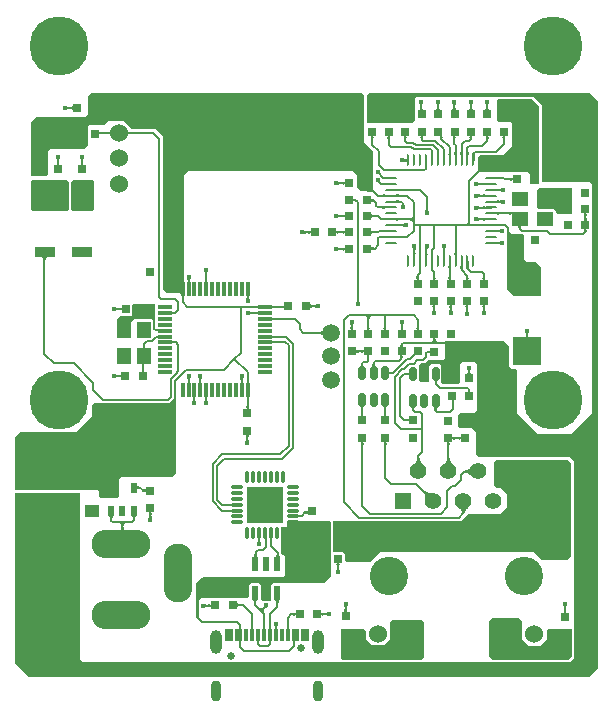
<source format=gbr>
%TF.GenerationSoftware,Altium Limited,Altium Designer,20.0.12 (288)*%
G04 Layer_Physical_Order=1*
G04 Layer_Color=255*
%FSLAX45Y45*%
%MOMM*%
%TF.FileFunction,Copper,L1,Top,Signal*%
%TF.Part,Single*%
G01*
G75*
%TA.AperFunction,SMDPad,CuDef*%
G04:AMPARAMS|DCode=10|XSize=0.6mm|YSize=1.2mm|CornerRadius=0.15mm|HoleSize=0mm|Usage=FLASHONLY|Rotation=0.000|XOffset=0mm|YOffset=0mm|HoleType=Round|Shape=RoundedRectangle|*
%AMROUNDEDRECTD10*
21,1,0.60000,0.90000,0,0,0.0*
21,1,0.30000,1.20000,0,0,0.0*
1,1,0.30000,0.15000,-0.45000*
1,1,0.30000,-0.15000,-0.45000*
1,1,0.30000,-0.15000,0.45000*
1,1,0.30000,0.15000,0.45000*
%
%ADD10ROUNDEDRECTD10*%
%ADD11R,1.20000X1.40000*%
%ADD12R,0.80000X0.80000*%
%ADD13R,0.80000X0.80000*%
%ADD14R,0.97000X1.00000*%
%ADD15R,1.70000X0.90000*%
G04:AMPARAMS|DCode=16|XSize=1.21mm|YSize=0.59mm|CornerRadius=0.07375mm|HoleSize=0mm|Usage=FLASHONLY|Rotation=90.000|XOffset=0mm|YOffset=0mm|HoleType=Round|Shape=RoundedRectangle|*
%AMROUNDEDRECTD16*
21,1,1.21000,0.44250,0,0,90.0*
21,1,1.06250,0.59000,0,0,90.0*
1,1,0.14750,0.22125,0.53125*
1,1,0.14750,0.22125,-0.53125*
1,1,0.14750,-0.22125,-0.53125*
1,1,0.14750,-0.22125,0.53125*
%
%ADD16ROUNDEDRECTD16*%
%ADD17C,1.50000*%
%TA.AperFunction,ConnectorPad*%
%ADD18R,0.30000X1.14000*%
%TA.AperFunction,SMDPad,CuDef*%
G04:AMPARAMS|DCode=19|XSize=0.97mm|YSize=0.26mm|CornerRadius=0.0325mm|HoleSize=0mm|Usage=FLASHONLY|Rotation=180.000|XOffset=0mm|YOffset=0mm|HoleType=Round|Shape=RoundedRectangle|*
%AMROUNDEDRECTD19*
21,1,0.97000,0.19500,0,0,180.0*
21,1,0.90500,0.26000,0,0,180.0*
1,1,0.06500,-0.45250,0.09750*
1,1,0.06500,0.45250,0.09750*
1,1,0.06500,0.45250,-0.09750*
1,1,0.06500,-0.45250,-0.09750*
%
%ADD19ROUNDEDRECTD19*%
G04:AMPARAMS|DCode=20|XSize=0.97mm|YSize=0.26mm|CornerRadius=0.0325mm|HoleSize=0mm|Usage=FLASHONLY|Rotation=90.000|XOffset=0mm|YOffset=0mm|HoleType=Round|Shape=RoundedRectangle|*
%AMROUNDEDRECTD20*
21,1,0.97000,0.19500,0,0,90.0*
21,1,0.90500,0.26000,0,0,90.0*
1,1,0.06500,0.09750,0.45250*
1,1,0.06500,0.09750,-0.45250*
1,1,0.06500,-0.09750,-0.45250*
1,1,0.06500,-0.09750,0.45250*
%
%ADD20ROUNDEDRECTD20*%
%ADD21R,3.15000X3.15000*%
%ADD22R,2.40000X2.40000*%
G04:AMPARAMS|DCode=23|XSize=0.24mm|YSize=1mm|CornerRadius=0.06mm|HoleSize=0mm|Usage=FLASHONLY|Rotation=0.000|XOffset=0mm|YOffset=0mm|HoleType=Round|Shape=RoundedRectangle|*
%AMROUNDEDRECTD23*
21,1,0.24000,0.88000,0,0,0.0*
21,1,0.12000,1.00000,0,0,0.0*
1,1,0.12000,0.06000,-0.44000*
1,1,0.12000,-0.06000,-0.44000*
1,1,0.12000,-0.06000,0.44000*
1,1,0.12000,0.06000,0.44000*
%
%ADD23ROUNDEDRECTD23*%
G04:AMPARAMS|DCode=24|XSize=0.24mm|YSize=1mm|CornerRadius=0.06mm|HoleSize=0mm|Usage=FLASHONLY|Rotation=90.000|XOffset=0mm|YOffset=0mm|HoleType=Round|Shape=RoundedRectangle|*
%AMROUNDEDRECTD24*
21,1,0.24000,0.88000,0,0,90.0*
21,1,0.12000,1.00000,0,0,90.0*
1,1,0.12000,0.44000,0.06000*
1,1,0.12000,0.44000,-0.06000*
1,1,0.12000,-0.44000,-0.06000*
1,1,0.12000,-0.44000,0.06000*
%
%ADD24ROUNDEDRECTD24*%
%ADD25R,1.40000X1.20000*%
%ADD26R,0.60000X0.90000*%
%ADD27R,1.20000X0.30000*%
%ADD28R,0.30000X1.20000*%
%ADD29R,1.30000X1.00000*%
%TA.AperFunction,Conductor*%
%ADD30C,0.20000*%
%TA.AperFunction,NonConductor*%
%ADD31C,0.20000*%
%TA.AperFunction,ComponentPad*%
%ADD32O,5.00000X2.40000*%
%ADD33O,2.40000X5.00000*%
%ADD34C,0.65000*%
%ADD35O,1.00000X2.00000*%
%ADD36O,0.90000X1.80000*%
%ADD37C,1.52400*%
%ADD38C,3.25000*%
%ADD39C,2.44500*%
%ADD40C,1.53000*%
%ADD41C,1.39800*%
%ADD42R,1.39800X1.39800*%
%TA.AperFunction,ViaPad*%
%ADD43C,5.00000*%
%ADD44C,0.40000*%
G36*
X16973241Y7652361D02*
X16972560Y7651361D01*
X16971960Y7650217D01*
X16971440Y7648929D01*
X16971001Y7647498D01*
X16970641Y7645922D01*
X16970360Y7644202D01*
X16970160Y7642339D01*
X16970000Y7638180D01*
X16950000D01*
X16949960Y7640331D01*
X16949640Y7644202D01*
X16949361Y7645922D01*
X16949001Y7647498D01*
X16948560Y7648929D01*
X16948039Y7650217D01*
X16947440Y7651361D01*
X16946761Y7652361D01*
X16946001Y7653217D01*
X16974001D01*
X16973241Y7652361D01*
D02*
G37*
G36*
X16835741D02*
X16835060Y7651361D01*
X16834460Y7650217D01*
X16833940Y7648929D01*
X16833501Y7647498D01*
X16833141Y7645922D01*
X16832860Y7644202D01*
X16832660Y7642339D01*
X16832500Y7638180D01*
X16812500D01*
X16812460Y7640331D01*
X16812140Y7644202D01*
X16811861Y7645922D01*
X16811501Y7647498D01*
X16811060Y7648929D01*
X16810539Y7650217D01*
X16809940Y7651361D01*
X16809261Y7652361D01*
X16808501Y7653217D01*
X16836501D01*
X16835741Y7652361D01*
D02*
G37*
G36*
X16695740D02*
X16695061Y7651361D01*
X16694460Y7650217D01*
X16693941Y7648929D01*
X16693500Y7647498D01*
X16693140Y7645922D01*
X16692860Y7644202D01*
X16692661Y7642339D01*
X16692500Y7638180D01*
X16672501D01*
X16672459Y7640331D01*
X16672141Y7644202D01*
X16671860Y7645922D01*
X16671500Y7647498D01*
X16671060Y7648929D01*
X16670540Y7650217D01*
X16669940Y7651361D01*
X16669260Y7652361D01*
X16668500Y7653217D01*
X16696500D01*
X16695740Y7652361D01*
D02*
G37*
G36*
X16558240D02*
X16557561Y7651361D01*
X16556960Y7650217D01*
X16556441Y7648929D01*
X16556000Y7647498D01*
X16555640Y7645922D01*
X16555360Y7644202D01*
X16555161Y7642339D01*
X16555000Y7638180D01*
X16535001D01*
X16534959Y7640331D01*
X16534641Y7644202D01*
X16534360Y7645922D01*
X16534000Y7647498D01*
X16533560Y7648929D01*
X16533040Y7650217D01*
X16532440Y7651361D01*
X16531760Y7652361D01*
X16531000Y7653217D01*
X16559000D01*
X16558240Y7652361D01*
D02*
G37*
G36*
X16415739D02*
X16415060Y7651361D01*
X16414461Y7650217D01*
X16413940Y7648929D01*
X16413499Y7647498D01*
X16413139Y7645922D01*
X16412860Y7644202D01*
X16412660Y7642339D01*
X16412500Y7638180D01*
X16392500D01*
X16392461Y7640331D01*
X16392140Y7644202D01*
X16391859Y7645922D01*
X16391499Y7647498D01*
X16391060Y7648929D01*
X16390540Y7650217D01*
X16389940Y7651361D01*
X16389259Y7652361D01*
X16388499Y7653217D01*
X16416499D01*
X16415739Y7652361D01*
D02*
G37*
G36*
X16970100Y7618337D02*
X16970399Y7614885D01*
X16970900Y7611839D01*
X16971600Y7609199D01*
X16972501Y7606966D01*
X16973599Y7605138D01*
X16974899Y7603717D01*
X16976401Y7602702D01*
X16978101Y7602093D01*
X16980000Y7601890D01*
X16939999D01*
X16941901Y7602093D01*
X16943600Y7602702D01*
X16945100Y7603717D01*
X16946400Y7605138D01*
X16947501Y7606966D01*
X16948399Y7609199D01*
X16949100Y7611839D01*
X16949600Y7614885D01*
X16949899Y7618337D01*
X16950000Y7622195D01*
X16970000D01*
X16970100Y7618337D01*
D02*
G37*
G36*
X16832600D02*
X16832899Y7614885D01*
X16833400Y7611839D01*
X16834100Y7609199D01*
X16835001Y7606966D01*
X16836099Y7605138D01*
X16837399Y7603717D01*
X16838901Y7602702D01*
X16840601Y7602093D01*
X16842500Y7601890D01*
X16802499D01*
X16804401Y7602093D01*
X16806100Y7602702D01*
X16807600Y7603717D01*
X16808900Y7605138D01*
X16810001Y7606966D01*
X16810899Y7609199D01*
X16811600Y7611839D01*
X16812100Y7614885D01*
X16812399Y7618337D01*
X16812500Y7622195D01*
X16832500D01*
X16832600Y7618337D01*
D02*
G37*
G36*
X16692599D02*
X16692900Y7614885D01*
X16693401Y7611839D01*
X16694099Y7609199D01*
X16695000Y7606966D01*
X16696100Y7605138D01*
X16697400Y7603717D01*
X16698900Y7602702D01*
X16700600Y7602093D01*
X16702499Y7601890D01*
X16662500D01*
X16664400Y7602093D01*
X16666100Y7602702D01*
X16667599Y7603717D01*
X16668900Y7605138D01*
X16670000Y7606966D01*
X16670900Y7609199D01*
X16671600Y7611839D01*
X16672099Y7614885D01*
X16672400Y7618337D01*
X16672501Y7622195D01*
X16692500D01*
X16692599Y7618337D01*
D02*
G37*
G36*
X16555099D02*
X16555400Y7614885D01*
X16555901Y7611839D01*
X16556599Y7609199D01*
X16557500Y7606966D01*
X16558600Y7605138D01*
X16559900Y7603717D01*
X16561400Y7602702D01*
X16563100Y7602093D01*
X16564999Y7601890D01*
X16525000D01*
X16526900Y7602093D01*
X16528600Y7602702D01*
X16530099Y7603717D01*
X16531400Y7605138D01*
X16532500Y7606966D01*
X16533400Y7609199D01*
X16534100Y7611839D01*
X16534599Y7614885D01*
X16534900Y7618337D01*
X16535001Y7622195D01*
X16555000D01*
X16555099Y7618337D01*
D02*
G37*
G36*
X13402638Y7628240D02*
X13403639Y7627560D01*
X13404784Y7626960D01*
X13406071Y7626440D01*
X13407503Y7626000D01*
X13409077Y7625640D01*
X13410799Y7625360D01*
X13412662Y7625160D01*
X13416821Y7625000D01*
Y7605000D01*
X13414668Y7604960D01*
X13410799Y7604640D01*
X13409077Y7604360D01*
X13407503Y7604000D01*
X13406071Y7603560D01*
X13404784Y7603040D01*
X13403639Y7602440D01*
X13402638Y7601760D01*
X13401784Y7601000D01*
Y7629000D01*
X13402638Y7628240D01*
D02*
G37*
G36*
X16412601Y7617437D02*
X16412900Y7613985D01*
X16413400Y7610939D01*
X16414101Y7608299D01*
X16414999Y7606066D01*
X16416100Y7604239D01*
X16417400Y7602817D01*
X16418900Y7601802D01*
X16420599Y7601193D01*
X16422501Y7600990D01*
X16382500D01*
X16384399Y7601193D01*
X16386099Y7601802D01*
X16387601Y7602817D01*
X16388901Y7604239D01*
X16389999Y7606066D01*
X16390900Y7608299D01*
X16391600Y7610939D01*
X16392101Y7613985D01*
X16392400Y7617437D01*
X16392500Y7621295D01*
X16412500D01*
X16412601Y7617437D01*
D02*
G37*
G36*
X13450610Y7595000D02*
X13450407Y7596900D01*
X13449797Y7598600D01*
X13448782Y7600100D01*
X13447362Y7601400D01*
X13445534Y7602500D01*
X13443300Y7603400D01*
X13440660Y7604100D01*
X13437614Y7604600D01*
X13434163Y7604900D01*
X13430305Y7605000D01*
Y7625000D01*
X13434163Y7625100D01*
X13437614Y7625400D01*
X13440660Y7625900D01*
X13443300Y7626600D01*
X13445534Y7627500D01*
X13447362Y7628600D01*
X13448782Y7629900D01*
X13449797Y7631400D01*
X13450407Y7633100D01*
X13450610Y7635000D01*
Y7595000D01*
D02*
G37*
G36*
X16587195Y7372804D02*
X16586298Y7372627D01*
X16585492Y7372094D01*
X16584782Y7371205D01*
X16584167Y7369962D01*
X16583649Y7368363D01*
X16583221Y7366408D01*
X16582890Y7364099D01*
X16582654Y7361434D01*
X16582465Y7355038D01*
X16562465D01*
X16562387Y7358458D01*
X16562154Y7361520D01*
X16561766Y7364224D01*
X16561221Y7366568D01*
X16560522Y7368555D01*
X16559669Y7370183D01*
X16558659Y7371452D01*
X16557494Y7372363D01*
X16556174Y7372915D01*
X16554698Y7373109D01*
X16587195Y7372804D01*
D02*
G37*
G36*
X17120599Y7372906D02*
X17118900Y7372297D01*
X17117400Y7371282D01*
X17116100Y7369861D01*
X17114999Y7368033D01*
X17114101Y7365800D01*
X17113400Y7363160D01*
X17112900Y7360114D01*
X17112601Y7356662D01*
X17112500Y7352804D01*
X17092500D01*
X17092400Y7356662D01*
X17092101Y7360114D01*
X17091600Y7363160D01*
X17090900Y7365800D01*
X17089999Y7368033D01*
X17088901Y7369861D01*
X17087601Y7371282D01*
X17086099Y7372297D01*
X17084399Y7372906D01*
X17082500Y7373109D01*
X17122501D01*
X17120599Y7372906D01*
D02*
G37*
G36*
X16980600D02*
X16978900Y7372297D01*
X16977400Y7371282D01*
X16976100Y7369861D01*
X16975000Y7368033D01*
X16974100Y7365800D01*
X16973399Y7363160D01*
X16972900Y7360114D01*
X16972600Y7356662D01*
X16972501Y7352804D01*
X16952499D01*
X16952400Y7356662D01*
X16952100Y7360114D01*
X16951601Y7363160D01*
X16950900Y7365800D01*
X16950000Y7368033D01*
X16948900Y7369861D01*
X16947600Y7371282D01*
X16946100Y7372297D01*
X16944400Y7372906D01*
X16942500Y7373109D01*
X16982500D01*
X16980600Y7372906D01*
D02*
G37*
G36*
X16840601D02*
X16838901Y7372297D01*
X16837399Y7371282D01*
X16836099Y7369861D01*
X16835001Y7368033D01*
X16834100Y7365800D01*
X16833400Y7363160D01*
X16832899Y7360114D01*
X16832600Y7356662D01*
X16832500Y7352804D01*
X16812500D01*
X16812399Y7356662D01*
X16812100Y7360114D01*
X16811600Y7363160D01*
X16810899Y7365800D01*
X16810001Y7368033D01*
X16808900Y7369861D01*
X16807600Y7371282D01*
X16806100Y7372297D01*
X16804401Y7372906D01*
X16802499Y7373109D01*
X16842500D01*
X16840601Y7372906D01*
D02*
G37*
G36*
X16700600D02*
X16698900Y7372297D01*
X16697400Y7371282D01*
X16696100Y7369861D01*
X16695000Y7368033D01*
X16694099Y7365800D01*
X16693401Y7363160D01*
X16692900Y7360114D01*
X16692599Y7356662D01*
X16692500Y7352804D01*
X16672501D01*
X16672400Y7356662D01*
X16672099Y7360114D01*
X16671600Y7363160D01*
X16670900Y7365800D01*
X16670000Y7368033D01*
X16668900Y7369861D01*
X16667599Y7371282D01*
X16666100Y7372297D01*
X16664400Y7372906D01*
X16662500Y7373109D01*
X16702499D01*
X16700600Y7372906D01*
D02*
G37*
G36*
X16425500Y7372006D02*
X16423801Y7371397D01*
X16422301Y7370382D01*
X16421001Y7368961D01*
X16419901Y7367133D01*
X16419000Y7364900D01*
X16418300Y7362260D01*
X16417799Y7359214D01*
X16417500Y7355763D01*
X16417400Y7351905D01*
X16397400D01*
X16397301Y7355763D01*
X16397000Y7359214D01*
X16396500Y7362260D01*
X16395799Y7364900D01*
X16394901Y7367133D01*
X16393800Y7368961D01*
X16392500Y7370382D01*
X16391000Y7371397D01*
X16389301Y7372006D01*
X16387399Y7372209D01*
X16427400D01*
X16425500Y7372006D01*
D02*
G37*
G36*
X16285800D02*
X16284100Y7371397D01*
X16282600Y7370382D01*
X16281300Y7368961D01*
X16280200Y7367133D01*
X16279300Y7364900D01*
X16278600Y7362260D01*
X16278101Y7359214D01*
X16277800Y7355763D01*
X16277699Y7351905D01*
X16257700D01*
X16257600Y7355763D01*
X16257300Y7359214D01*
X16256799Y7362260D01*
X16256100Y7364900D01*
X16255200Y7367133D01*
X16254100Y7368961D01*
X16252800Y7370382D01*
X16251300Y7371397D01*
X16249600Y7372006D01*
X16247701Y7372209D01*
X16287700D01*
X16285800Y7372006D01*
D02*
G37*
G36*
X16145599D02*
X16143900Y7371397D01*
X16142400Y7370382D01*
X16141100Y7368961D01*
X16139999Y7367133D01*
X16139101Y7364900D01*
X16138400Y7362260D01*
X16137900Y7359214D01*
X16137601Y7355763D01*
X16137500Y7351905D01*
X16117500D01*
X16117400Y7355763D01*
X16117101Y7359214D01*
X16116600Y7362260D01*
X16115900Y7364900D01*
X16114999Y7367133D01*
X16113901Y7368961D01*
X16112601Y7370382D01*
X16111099Y7371397D01*
X16109399Y7372006D01*
X16107500Y7372209D01*
X16147501D01*
X16145599Y7372006D01*
D02*
G37*
G36*
X16005600D02*
X16003900Y7371397D01*
X16002400Y7370382D01*
X16001100Y7368961D01*
X16000000Y7367133D01*
X15999100Y7364900D01*
X15998399Y7362260D01*
X15997900Y7359214D01*
X15997600Y7355763D01*
X15997501Y7351905D01*
X15977499D01*
X15977400Y7355763D01*
X15977100Y7359214D01*
X15976601Y7362260D01*
X15975900Y7364900D01*
X15975000Y7367133D01*
X15973900Y7368961D01*
X15972600Y7370382D01*
X15971100Y7371397D01*
X15969400Y7372006D01*
X15967500Y7372209D01*
X16007500D01*
X16005600Y7372006D01*
D02*
G37*
G36*
X16804260Y7222058D02*
X16783542D01*
X16783611Y7222287D01*
X16783672Y7222912D01*
X16783771Y7225353D01*
X16783900Y7242207D01*
X16803902D01*
X16804260Y7222058D01*
D02*
G37*
G36*
X16754260D02*
X16733542D01*
X16733611Y7222287D01*
X16733672Y7222912D01*
X16733771Y7225353D01*
X16733900Y7242207D01*
X16753902D01*
X16754260Y7222058D01*
D02*
G37*
G36*
X16704260D02*
X16683542D01*
X16683611Y7222287D01*
X16683672Y7222912D01*
X16683772Y7225353D01*
X16683900Y7242207D01*
X16703902D01*
X16704260Y7222058D01*
D02*
G37*
G36*
X16654260D02*
X16633542D01*
X16633611Y7222287D01*
X16633672Y7222912D01*
X16633772Y7225353D01*
X16633900Y7242207D01*
X16653902D01*
X16654260Y7222058D01*
D02*
G37*
G36*
X16604260D02*
X16583542D01*
X16583611Y7222287D01*
X16583672Y7222912D01*
X16583772Y7225353D01*
X16583900Y7242207D01*
X16603902D01*
X16604260Y7222058D01*
D02*
G37*
G36*
X16554260D02*
X16533542D01*
X16533611Y7222287D01*
X16533672Y7222912D01*
X16533772Y7225353D01*
X16533900Y7242207D01*
X16553902D01*
X16554260Y7222058D01*
D02*
G37*
G36*
X16504260D02*
X16483542D01*
X16483611Y7222287D01*
X16483672Y7222912D01*
X16483772Y7225353D01*
X16483900Y7242207D01*
X16503902D01*
X16504260Y7222058D01*
D02*
G37*
G36*
X16855884Y7233054D02*
X16855310Y7223928D01*
X16855096Y7223008D01*
X16854849Y7222390D01*
X16854572Y7222073D01*
X16854259Y7222058D01*
X16834096Y7221958D01*
X16834439Y7222098D01*
X16834746Y7222514D01*
X16835017Y7223206D01*
X16835251Y7224175D01*
X16835449Y7225419D01*
X16835738Y7228737D01*
X16835883Y7233159D01*
X16835901Y7235784D01*
X16855901D01*
X16855884Y7233054D01*
D02*
G37*
G36*
X16282042Y7152500D02*
X16281839Y7154400D01*
X16281230Y7156100D01*
X16280215Y7157600D01*
X16278793Y7158900D01*
X16276965Y7160000D01*
X16274731Y7160900D01*
X16272093Y7161600D01*
X16269048Y7162100D01*
X16265594Y7162400D01*
X16264336Y7162433D01*
X16260799Y7162140D01*
X16259077Y7161860D01*
X16257503Y7161500D01*
X16256071Y7161060D01*
X16254784Y7160540D01*
X16253639Y7159940D01*
X16252638Y7159260D01*
X16251784Y7158500D01*
Y7186500D01*
X16252638Y7185740D01*
X16253639Y7185060D01*
X16254784Y7184460D01*
X16256071Y7183940D01*
X16257503Y7183500D01*
X16259077Y7183140D01*
X16260799Y7182860D01*
X16262662Y7182660D01*
X16264774Y7182579D01*
X16265594Y7182600D01*
X16269048Y7182900D01*
X16272093Y7183400D01*
X16274731Y7184100D01*
X16276965Y7185000D01*
X16278793Y7186100D01*
X16280215Y7187400D01*
X16281230Y7188900D01*
X16281839Y7190600D01*
X16282042Y7192500D01*
Y7152500D01*
D02*
G37*
G36*
X16454192Y7125112D02*
X16454131Y7124487D01*
X16454031Y7122045D01*
X16453902Y7105192D01*
X16433900D01*
X16433542Y7125341D01*
X16454260D01*
X16454192Y7125112D01*
D02*
G37*
G36*
X16095543Y7034058D02*
X16095650Y7013880D01*
X16095528Y7013922D01*
X16095158Y7013961D01*
X16093687Y7014024D01*
X16083395Y7014105D01*
Y7034105D01*
X16095543Y7034058D01*
D02*
G37*
G36*
X17042488Y7033990D02*
X17043114Y7033929D01*
X17045554Y7033829D01*
X17062408Y7033699D01*
Y7013699D01*
X17042259Y7013341D01*
Y7034058D01*
X17042488Y7033990D01*
D02*
G37*
G36*
X17173109Y6992500D02*
X17172906Y6994400D01*
X17172298Y6996100D01*
X17171281Y6997600D01*
X17169861Y6998900D01*
X17168033Y7000000D01*
X17165800Y7000900D01*
X17163161Y7001600D01*
X17160115Y7002100D01*
X17156664Y7002400D01*
X17152805Y7002500D01*
Y7022500D01*
X17156664Y7022600D01*
X17160115Y7022900D01*
X17163161Y7023400D01*
X17165800Y7024100D01*
X17168033Y7025000D01*
X17169861Y7026100D01*
X17171281Y7027400D01*
X17172298Y7028900D01*
X17172906Y7030600D01*
X17173109Y7032500D01*
Y6992500D01*
D02*
G37*
G36*
X16055070Y7001231D02*
X16055301Y7000044D01*
X16055688Y6998812D01*
X16056235Y6997535D01*
X16056938Y6996212D01*
X16057799Y6994844D01*
X16058820Y6993431D01*
X16059996Y6991972D01*
X16062825Y6988918D01*
X16048741Y6974718D01*
X16047192Y6976211D01*
X16044228Y6978720D01*
X16042813Y6979736D01*
X16041444Y6980594D01*
X16040118Y6981293D01*
X16038840Y6981833D01*
X16037605Y6982215D01*
X16036417Y6982438D01*
X16035271Y6982502D01*
X16054999Y7002372D01*
X16055070Y7001231D01*
D02*
G37*
G36*
X17402499Y7632500D02*
X17402499Y6972500D01*
X17320000D01*
Y7060000D01*
X17305000Y7075000D01*
X16887500D01*
X16882500Y7080000D01*
Y7205000D01*
X16897501Y7220000D01*
X17095000D01*
X17172501Y7297500D01*
Y7485000D01*
X17157500Y7500000D01*
X17060001D01*
X17042500Y7517500D01*
X17042500Y7680000D01*
X17054999Y7692499D01*
X17342499Y7692500D01*
X17402499Y7632500D01*
D02*
G37*
G36*
X15700139Y6993240D02*
X15701138Y6992560D01*
X15702283Y6991960D01*
X15703571Y6991440D01*
X15705003Y6991000D01*
X15706578Y6990640D01*
X15708298Y6990360D01*
X15710162Y6990160D01*
X15714320Y6990000D01*
Y6970000D01*
X15712169Y6969960D01*
X15708298Y6969640D01*
X15706578Y6969360D01*
X15705003Y6969000D01*
X15703571Y6968560D01*
X15702283Y6968040D01*
X15701138Y6967440D01*
X15700139Y6966760D01*
X15699283Y6966000D01*
Y6994000D01*
X15700139Y6993240D01*
D02*
G37*
G36*
X16095543Y6963341D02*
X16095316Y6963409D01*
X16094688Y6963470D01*
X16092249Y6963570D01*
X16075394Y6963700D01*
Y6983700D01*
X16095543Y6984058D01*
Y6963341D01*
D02*
G37*
G36*
X16945541D02*
X16945364Y6963295D01*
X16944797Y6963254D01*
X16938599Y6963138D01*
X16926125Y6963100D01*
X16925143Y6983100D01*
X16945541Y6984058D01*
Y6963341D01*
D02*
G37*
G36*
X15750610Y6960000D02*
X15750407Y6961900D01*
X15749799Y6963600D01*
X15748782Y6965100D01*
X15747362Y6966400D01*
X15745534Y6967500D01*
X15743300Y6968400D01*
X15740660Y6969100D01*
X15737614Y6969600D01*
X15734163Y6969900D01*
X15730305Y6970000D01*
Y6990000D01*
X15734163Y6990100D01*
X15737614Y6990400D01*
X15740660Y6990900D01*
X15743300Y6991600D01*
X15745534Y6992500D01*
X15747362Y6993600D01*
X15748782Y6994900D01*
X15749799Y6996400D01*
X15750407Y6998100D01*
X15750610Y7000000D01*
Y6960000D01*
D02*
G37*
G36*
X16882224Y6986196D02*
X16883234Y6985546D01*
X16884387Y6984973D01*
X16885683Y6984475D01*
X16887122Y6984055D01*
X16888702Y6983711D01*
X16890428Y6983443D01*
X16894305Y6983138D01*
X16896460Y6983100D01*
X16897153Y6963100D01*
X16895003Y6963058D01*
X16891141Y6962725D01*
X16889426Y6962433D01*
X16887859Y6962058D01*
X16886435Y6961600D01*
X16885156Y6961059D01*
X16884026Y6960434D01*
X16883038Y6959726D01*
X16882196Y6958935D01*
X16881357Y6986922D01*
X16882224Y6986196D01*
D02*
G37*
G36*
X15914999Y7722500D02*
X15914999Y7330000D01*
X15994662Y7250337D01*
Y6915400D01*
X15889600D01*
X15857500Y6947500D01*
Y7045000D01*
X15817500Y7085000D01*
X14435001D01*
X14389999Y7040000D01*
X14385001Y7045000D01*
X14382401D01*
Y6025601D01*
X14360503Y6047500D01*
X14247501D01*
X14212500Y6082500D01*
Y7375000D01*
X14147501Y7440000D01*
X13950000D01*
X13882500Y7507500D01*
X13755000D01*
X13717500Y7470000D01*
X13592500D01*
X13577499Y7454999D01*
X13577499Y7297499D01*
X13549998Y7269999D01*
X13257500Y7270000D01*
X13239999Y7252500D01*
X13239999Y7050000D01*
X13229999Y7040000D01*
X13110001Y7040000D01*
X13097501Y7052500D01*
X13097501Y7497500D01*
X13142499Y7542500D01*
X13552499Y7542500D01*
X13577499Y7567500D01*
Y7715000D01*
X13607500Y7745000D01*
X15892500D01*
X15914999Y7722500D01*
D02*
G37*
G36*
X16212679Y6914350D02*
X16192261Y6913341D01*
Y6934059D01*
X16192432Y6934114D01*
X16192995Y6934163D01*
X16195290Y6934245D01*
X16211557Y6934350D01*
X16212679Y6914350D01*
D02*
G37*
G36*
X17042535Y6933876D02*
X17043202Y6933713D01*
X17044263Y6933570D01*
X17047557Y6933339D01*
X17062657Y6933100D01*
X17061678Y6913100D01*
X17042259Y6913341D01*
Y6934059D01*
X17042535Y6933876D01*
D02*
G37*
G36*
X17080304Y6908935D02*
X17079462Y6909726D01*
X17078474Y6910434D01*
X17077344Y6911059D01*
X17076065Y6911600D01*
X17074641Y6912058D01*
X17073074Y6912433D01*
X17071359Y6912725D01*
X17069501Y6912933D01*
X17065347Y6913100D01*
X17066040Y6933100D01*
X17068195Y6933138D01*
X17072072Y6933444D01*
X17073798Y6933711D01*
X17075378Y6934055D01*
X17076817Y6934476D01*
X17078113Y6934973D01*
X17079266Y6935546D01*
X17080276Y6936196D01*
X17081143Y6936922D01*
X17080304Y6908935D01*
D02*
G37*
G36*
X16945541Y6884059D02*
Y6863341D01*
X16945262Y6863533D01*
X16944591Y6863704D01*
X16943529Y6863855D01*
X16940228Y6864098D01*
X16925124Y6864350D01*
X16926245Y6884350D01*
X16945541Y6884059D01*
D02*
G37*
G36*
X16192490Y6883991D02*
X16193114Y6883929D01*
X16195557Y6883829D01*
X16212408Y6883700D01*
Y6863700D01*
X16192261Y6863341D01*
Y6884059D01*
X16192490Y6883991D01*
D02*
G37*
G36*
X16095543Y6863341D02*
X16095316Y6863409D01*
X16094688Y6863470D01*
X16092249Y6863570D01*
X16075394Y6863700D01*
Y6883700D01*
X16095543Y6884059D01*
Y6863341D01*
D02*
G37*
G36*
X16883070Y6887734D02*
X16884056Y6887024D01*
X16885187Y6886397D01*
X16886464Y6885854D01*
X16887886Y6885394D01*
X16889455Y6885018D01*
X16891167Y6884726D01*
X16893027Y6884517D01*
X16897180Y6884350D01*
X16896428Y6864350D01*
X16894275Y6864312D01*
X16890395Y6864007D01*
X16888670Y6863741D01*
X16887088Y6863398D01*
X16885649Y6862979D01*
X16884352Y6862484D01*
X16883199Y6861913D01*
X16882188Y6861266D01*
X16881320Y6860543D01*
X16882230Y6888528D01*
X16883070Y6887734D01*
D02*
G37*
G36*
X16192490Y6833991D02*
X16193114Y6833929D01*
X16195557Y6833829D01*
X16212408Y6833700D01*
Y6813700D01*
X16192261Y6813341D01*
Y6834059D01*
X16192490Y6833991D01*
D02*
G37*
G36*
X17042535Y6833877D02*
X17043202Y6833714D01*
X17044263Y6833570D01*
X17047557Y6833340D01*
X17062657Y6833100D01*
X17061678Y6813100D01*
X17042259Y6813341D01*
Y6834059D01*
X17042535Y6833877D01*
D02*
G37*
G36*
X15979593Y6850600D02*
X15980203Y6848900D01*
X15981218Y6847400D01*
X15982639Y6846100D01*
X15984467Y6845000D01*
X15986700Y6844100D01*
X15989340Y6843400D01*
X15992386Y6842900D01*
X15995837Y6842600D01*
X15999695Y6842500D01*
Y6822500D01*
X15995837Y6822400D01*
X15992386Y6822100D01*
X15989340Y6821600D01*
X15986700Y6820900D01*
X15984467Y6820000D01*
X15982639Y6818900D01*
X15981218Y6817600D01*
X15980203Y6816100D01*
X15979593Y6814400D01*
X15979390Y6812500D01*
Y6852500D01*
X15979593Y6850600D01*
D02*
G37*
G36*
X17082803Y6808935D02*
X17081963Y6809726D01*
X17080975Y6810434D01*
X17079843Y6811059D01*
X17078564Y6811601D01*
X17077142Y6812059D01*
X17075574Y6812433D01*
X17073860Y6812725D01*
X17072002Y6812933D01*
X17067847Y6813100D01*
X17068539Y6833100D01*
X17070694Y6833138D01*
X17074573Y6833444D01*
X17076297Y6833712D01*
X17077878Y6834055D01*
X17079317Y6834476D01*
X17080614Y6834973D01*
X17081766Y6835546D01*
X17082776Y6836196D01*
X17083644Y6836922D01*
X17082803Y6808935D01*
D02*
G37*
G36*
X16256221Y6803875D02*
X16256609Y6800056D01*
X16256947Y6798385D01*
X16257382Y6796873D01*
X16257915Y6795520D01*
X16258543Y6794326D01*
X16259268Y6793291D01*
X16260091Y6792415D01*
X16261008Y6791698D01*
X16233527Y6786340D01*
X16234029Y6787184D01*
X16234479Y6788175D01*
X16234875Y6789315D01*
X16235220Y6790604D01*
X16235510Y6792041D01*
X16235934Y6795360D01*
X16236067Y6797241D01*
X16236172Y6801450D01*
X16256174Y6806023D01*
X16256221Y6803875D01*
D02*
G37*
G36*
X16095543Y6784059D02*
Y6763341D01*
X16095212Y6763656D01*
X16094496Y6763938D01*
X16093393Y6764187D01*
X16091904Y6764403D01*
X16087766Y6764735D01*
X16078664Y6764983D01*
X16074857Y6765000D01*
X16077815Y6785000D01*
X16095543Y6784059D01*
D02*
G37*
G36*
X16945541Y6763341D02*
X16945364Y6763295D01*
X16944797Y6763254D01*
X16938599Y6763139D01*
X16926125Y6763100D01*
X16925143Y6783100D01*
X16945541Y6784059D01*
Y6763341D01*
D02*
G37*
G36*
X16879724Y6786196D02*
X16880734Y6785546D01*
X16881886Y6784973D01*
X16883183Y6784476D01*
X16884622Y6784056D01*
X16886203Y6783712D01*
X16887927Y6783444D01*
X16891806Y6783138D01*
X16893961Y6783100D01*
X16894653Y6763100D01*
X16892503Y6763058D01*
X16888640Y6762725D01*
X16886926Y6762434D01*
X16885358Y6762059D01*
X16883936Y6761601D01*
X16882657Y6761059D01*
X16881525Y6760434D01*
X16880537Y6759726D01*
X16879697Y6758935D01*
X16878857Y6786922D01*
X16879724Y6786196D01*
D02*
G37*
G36*
X13635001Y6992500D02*
Y6760000D01*
X13622501Y6747500D01*
X13455000D01*
X13439999Y6762500D01*
X13440001Y6990000D01*
X13455000Y7005000D01*
X13622501D01*
X13635001Y6992500D01*
D02*
G37*
G36*
X13417500Y6987500D02*
Y6765000D01*
X13400000Y6747500D01*
X13114999D01*
X13097501Y6765000D01*
Y6990000D01*
X13110001Y7002500D01*
X13402499D01*
X13417500Y6987500D01*
D02*
G37*
G36*
X16460040Y6757169D02*
X16460361Y6753298D01*
X16460640Y6751578D01*
X16461000Y6750003D01*
X16461440Y6748571D01*
X16461960Y6747283D01*
X16462560Y6746139D01*
X16463240Y6745139D01*
X16464000Y6744283D01*
X16436000D01*
X16436760Y6745139D01*
X16437440Y6746139D01*
X16438040Y6747283D01*
X16438560Y6748571D01*
X16439000Y6750003D01*
X16439360Y6751578D01*
X16439639Y6753298D01*
X16439841Y6755161D01*
X16439999Y6759320D01*
X16460001D01*
X16460040Y6757169D01*
D02*
G37*
G36*
X17682500Y6720000D02*
X17560001D01*
X17545000Y6735000D01*
Y6745000D01*
X17530000Y6760000D01*
X17400000D01*
X17385001Y6775000D01*
Y6922500D01*
X17402499Y6940000D01*
X17682500D01*
Y6720000D01*
D02*
G37*
G36*
X17042488Y6733991D02*
X17043114Y6733930D01*
X17045554Y6733829D01*
X17062408Y6733700D01*
Y6713700D01*
X17042259Y6713341D01*
Y6734059D01*
X17042488Y6733991D01*
D02*
G37*
G36*
X17165610Y6703700D02*
X17165392Y6705600D01*
X17164769Y6707300D01*
X17163745Y6708800D01*
X17162318Y6710100D01*
X17160489Y6711200D01*
X17158257Y6712100D01*
X17155623Y6712800D01*
X17152586Y6713300D01*
X17149147Y6713600D01*
X17145306Y6713700D01*
Y6733700D01*
X17149106Y6733735D01*
X17160306Y6734574D01*
X17162106Y6734958D01*
X17163506Y6735412D01*
X17164505Y6735937D01*
X17165106Y6736531D01*
X17165306Y6737195D01*
X17165610Y6703700D01*
D02*
G37*
G36*
X17810600Y6720407D02*
X17808900Y6719797D01*
X17807401Y6718782D01*
X17806100Y6717361D01*
X17805000Y6715533D01*
X17804102Y6713300D01*
X17803401Y6710660D01*
X17802901Y6707614D01*
X17802602Y6704163D01*
X17802501Y6700305D01*
X17782501D01*
X17782401Y6704163D01*
X17782101Y6707614D01*
X17781601Y6710660D01*
X17780901Y6713300D01*
X17780000Y6715533D01*
X17778902Y6717361D01*
X17777602Y6718782D01*
X17776102Y6719797D01*
X17774400Y6720407D01*
X17772501Y6720610D01*
X17812502D01*
X17810600Y6720407D01*
D02*
G37*
G36*
X15700139Y6715740D02*
X15701138Y6715060D01*
X15702283Y6714460D01*
X15703571Y6713940D01*
X15705003Y6713500D01*
X15706578Y6713140D01*
X15708298Y6712860D01*
X15710162Y6712660D01*
X15714320Y6712500D01*
Y6692500D01*
X15712169Y6692460D01*
X15708298Y6692140D01*
X15706578Y6691860D01*
X15705003Y6691500D01*
X15703571Y6691060D01*
X15702283Y6690540D01*
X15701138Y6689940D01*
X15700139Y6689260D01*
X15699283Y6688500D01*
Y6716500D01*
X15700139Y6715740D01*
D02*
G37*
G36*
X15979593Y6720600D02*
X15980203Y6718900D01*
X15981218Y6717400D01*
X15982639Y6716100D01*
X15984467Y6715000D01*
X15986700Y6714100D01*
X15989340Y6713400D01*
X15992386Y6712900D01*
X15995837Y6712600D01*
X15999695Y6712500D01*
Y6692500D01*
X15995837Y6692400D01*
X15992386Y6692100D01*
X15989340Y6691600D01*
X15986700Y6690900D01*
X15984467Y6690000D01*
X15982639Y6688900D01*
X15981218Y6687600D01*
X15980203Y6686100D01*
X15979593Y6684400D01*
X15979390Y6682500D01*
Y6722500D01*
X15979593Y6720600D01*
D02*
G37*
G36*
X15750610Y6682500D02*
X15750407Y6684400D01*
X15749799Y6686100D01*
X15748782Y6687600D01*
X15747362Y6688900D01*
X15745534Y6690000D01*
X15743300Y6690900D01*
X15740660Y6691600D01*
X15737614Y6692100D01*
X15734163Y6692400D01*
X15730305Y6692500D01*
Y6712500D01*
X15734163Y6712600D01*
X15737614Y6712900D01*
X15740660Y6713400D01*
X15743300Y6714100D01*
X15745534Y6715000D01*
X15747362Y6716100D01*
X15748782Y6717400D01*
X15749799Y6718900D01*
X15750407Y6720600D01*
X15750610Y6722500D01*
Y6682500D01*
D02*
G37*
G36*
X16192490Y6683991D02*
X16193114Y6683930D01*
X16195557Y6683829D01*
X16212408Y6683700D01*
Y6663700D01*
X16192261Y6663341D01*
Y6684059D01*
X16192490Y6683991D01*
D02*
G37*
G36*
X16095543Y6663341D02*
X16095316Y6663409D01*
X16094688Y6663471D01*
X16092249Y6663571D01*
X16075394Y6663700D01*
Y6683700D01*
X16095543Y6684059D01*
Y6663341D01*
D02*
G37*
G36*
X16945541D02*
X16945364Y6663295D01*
X16944797Y6663254D01*
X16938599Y6663139D01*
X16926125Y6663100D01*
X16925143Y6683100D01*
X16945541Y6684059D01*
Y6663341D01*
D02*
G37*
G36*
X17802602Y6678337D02*
X17802901Y6674886D01*
X17803401Y6671840D01*
X17804102Y6669200D01*
X17805000Y6666967D01*
X17806100Y6665139D01*
X17807401Y6663718D01*
X17808900Y6662703D01*
X17810600Y6662093D01*
X17812502Y6661890D01*
X17772501D01*
X17774400Y6662093D01*
X17776102Y6662703D01*
X17777602Y6663718D01*
X17778902Y6665139D01*
X17780000Y6666967D01*
X17780901Y6669200D01*
X17781601Y6671840D01*
X17782101Y6674886D01*
X17782401Y6678337D01*
X17782501Y6682195D01*
X17802501D01*
X17802602Y6678337D01*
D02*
G37*
G36*
X16883427Y6687207D02*
X16884201Y6686345D01*
X16885149Y6685584D01*
X16886267Y6684925D01*
X16887558Y6684367D01*
X16889021Y6683911D01*
X16890656Y6683556D01*
X16892464Y6683303D01*
X16894444Y6683151D01*
X16896596Y6683100D01*
X16889000Y6663100D01*
X16886783Y6663083D01*
X16878230Y6662510D01*
X16877026Y6662296D01*
X16875990Y6662050D01*
X16875124Y6661772D01*
X16874425Y6661460D01*
X16882825Y6688170D01*
X16883427Y6687207D01*
D02*
G37*
G36*
X16347501Y6673700D02*
X16327499Y6643700D01*
X16327299Y6647500D01*
X16326700Y6650900D01*
X16325700Y6653900D01*
X16324300Y6656500D01*
X16322501Y6658700D01*
X16320300Y6660500D01*
X16317700Y6661900D01*
X16314700Y6662900D01*
X16311301Y6663500D01*
X16307500Y6663700D01*
Y6683700D01*
X16311301Y6683900D01*
X16314700Y6684500D01*
X16317700Y6685500D01*
X16320300Y6686900D01*
X16322501Y6688700D01*
X16324300Y6690900D01*
X16325700Y6693500D01*
X16326700Y6696500D01*
X16327299Y6699900D01*
X16327499Y6703700D01*
X16347501Y6673700D01*
D02*
G37*
G36*
X16815199Y6649900D02*
X16815800Y6646500D01*
X16816800Y6643500D01*
X16818201Y6640900D01*
X16820000Y6638700D01*
X16822200Y6636900D01*
X16824800Y6635500D01*
X16827800Y6634500D01*
X16831200Y6633900D01*
X16835001Y6633700D01*
X16805000Y6613700D01*
X16775000Y6633700D01*
X16778799Y6633900D01*
X16782201Y6634500D01*
X16785201Y6635500D01*
X16787801Y6636900D01*
X16789999Y6638700D01*
X16791800Y6640900D01*
X16793201Y6643500D01*
X16794200Y6646500D01*
X16794800Y6649900D01*
X16795000Y6653700D01*
X16814999D01*
X16815199Y6649900D01*
D02*
G37*
G36*
X17042496Y6633972D02*
X17043127Y6633894D01*
X17044156Y6633825D01*
X17062450Y6633600D01*
X17062366Y6613600D01*
X17042259Y6613341D01*
Y6634059D01*
X17042496Y6633972D01*
D02*
G37*
G36*
X16945541Y6613341D02*
X16945312Y6613409D01*
X16944688Y6613471D01*
X16942247Y6613571D01*
X16925394Y6613700D01*
Y6633700D01*
X16945541Y6634059D01*
Y6613341D01*
D02*
G37*
G36*
X16192535Y6633877D02*
X16193204Y6633714D01*
X16194263Y6633570D01*
X16197559Y6633340D01*
X16212659Y6633100D01*
X16211678Y6613100D01*
X16192261Y6613341D01*
Y6634059D01*
X16192535Y6633877D01*
D02*
G37*
G36*
X16257803Y6608935D02*
X16256963Y6609726D01*
X16255975Y6610434D01*
X16254843Y6611059D01*
X16253564Y6611601D01*
X16252142Y6612059D01*
X16250574Y6612434D01*
X16248860Y6612725D01*
X16247002Y6612933D01*
X16242847Y6613100D01*
X16243539Y6633100D01*
X16245694Y6633138D01*
X16249573Y6633444D01*
X16251297Y6633712D01*
X16252879Y6634056D01*
X16254318Y6634476D01*
X16255614Y6634973D01*
X16256767Y6635546D01*
X16257776Y6636196D01*
X16258644Y6636922D01*
X16257803Y6608935D01*
D02*
G37*
G36*
X17253101Y6617907D02*
X17251401Y6617297D01*
X17249899Y6616282D01*
X17248601Y6614861D01*
X17247501Y6613034D01*
X17246600Y6610800D01*
X17245900Y6608160D01*
X17245401Y6605115D01*
X17245100Y6601663D01*
X17245001Y6597805D01*
X17225002D01*
X17224901Y6601663D01*
X17224602Y6605115D01*
X17224101Y6608160D01*
X17223401Y6610800D01*
X17222501Y6613034D01*
X17221400Y6614861D01*
X17220100Y6616282D01*
X17218600Y6617297D01*
X17216901Y6617907D01*
X17215001Y6618110D01*
X17255000D01*
X17253101Y6617907D01*
D02*
G37*
G36*
X17072804Y6558935D02*
X17071962Y6559726D01*
X17070975Y6560434D01*
X17069843Y6561059D01*
X17068565Y6561601D01*
X17067142Y6562059D01*
X17065575Y6562434D01*
X17063860Y6562725D01*
X17062001Y6562934D01*
X17057848Y6563100D01*
X17057848Y6563148D01*
X17042259Y6563341D01*
Y6584059D01*
X17042535Y6583877D01*
X17043202Y6583714D01*
X17044263Y6583570D01*
X17047557Y6583340D01*
X17060487Y6583135D01*
X17060693Y6583138D01*
X17064572Y6583444D01*
X17066296Y6583712D01*
X17067879Y6584056D01*
X17069318Y6584476D01*
X17070615Y6584973D01*
X17071767Y6585546D01*
X17072777Y6586196D01*
X17073643Y6586922D01*
X17072804Y6558935D01*
D02*
G37*
G36*
X17804771Y6582677D02*
X17804295Y6582293D01*
X17803876Y6581653D01*
X17803510Y6580756D01*
X17803201Y6579604D01*
X17802950Y6578195D01*
X17802753Y6576531D01*
X17802528Y6572433D01*
X17802501Y6570001D01*
X17782501D01*
X17782474Y6572433D01*
X17782053Y6578195D01*
X17781799Y6579604D01*
X17781491Y6580756D01*
X17781126Y6581653D01*
X17780705Y6582293D01*
X17780229Y6582677D01*
X17779697Y6582805D01*
X17805305D01*
X17804771Y6582677D01*
D02*
G37*
G36*
X16095543Y6563341D02*
X16095316Y6563410D01*
X16094688Y6563471D01*
X16092249Y6563571D01*
X16075394Y6563700D01*
Y6583700D01*
X16095543Y6584059D01*
Y6563341D01*
D02*
G37*
G36*
X15412639Y6575740D02*
X15413638Y6575060D01*
X15414783Y6574460D01*
X15416071Y6573940D01*
X15417503Y6573500D01*
X15419078Y6573140D01*
X15420798Y6572860D01*
X15422662Y6572660D01*
X15426820Y6572500D01*
Y6552500D01*
X15424669Y6552460D01*
X15420798Y6552140D01*
X15419078Y6551860D01*
X15417503Y6551500D01*
X15416071Y6551060D01*
X15414783Y6550540D01*
X15413638Y6549940D01*
X15412639Y6549260D01*
X15411783Y6548500D01*
Y6576500D01*
X15412639Y6575740D01*
D02*
G37*
G36*
X15979594Y6583100D02*
X15980203Y6581400D01*
X15981218Y6579900D01*
X15982639Y6578600D01*
X15984467Y6577500D01*
X15986700Y6576600D01*
X15989340Y6575900D01*
X15992386Y6575400D01*
X15995837Y6575100D01*
X15999695Y6575000D01*
Y6555000D01*
X15995837Y6554900D01*
X15992386Y6554600D01*
X15989340Y6554100D01*
X15986700Y6553400D01*
X15984467Y6552500D01*
X15982639Y6551400D01*
X15981218Y6550100D01*
X15980203Y6548600D01*
X15979594Y6546900D01*
X15979391Y6545000D01*
Y6585000D01*
X15979594Y6583100D01*
D02*
G37*
G36*
X15750610Y6545000D02*
X15750407Y6546900D01*
X15749799Y6548600D01*
X15748782Y6550100D01*
X15747362Y6551400D01*
X15745534Y6552500D01*
X15743300Y6553400D01*
X15740662Y6554100D01*
X15737614Y6554600D01*
X15734163Y6554900D01*
X15730305Y6555000D01*
Y6575000D01*
X15734163Y6575100D01*
X15737614Y6575400D01*
X15740662Y6575900D01*
X15743300Y6576600D01*
X15745534Y6577500D01*
X15747362Y6578600D01*
X15748782Y6579900D01*
X15749799Y6581400D01*
X15750407Y6583100D01*
X15750610Y6585000D01*
Y6545000D01*
D02*
G37*
G36*
X15689594Y6583100D02*
X15690202Y6581400D01*
X15691219Y6579900D01*
X15692639Y6578600D01*
X15694467Y6577500D01*
X15696700Y6576600D01*
X15699339Y6575900D01*
X15702386Y6575400D01*
X15705838Y6575100D01*
X15709695Y6575000D01*
Y6555000D01*
X15705838Y6554900D01*
X15702386Y6554600D01*
X15699339Y6554100D01*
X15696700Y6553400D01*
X15694467Y6552500D01*
X15692639Y6551400D01*
X15691219Y6550100D01*
X15690202Y6548600D01*
X15689594Y6546900D01*
X15689391Y6545000D01*
Y6585000D01*
X15689594Y6583100D01*
D02*
G37*
G36*
X15460609Y6542500D02*
X15460406Y6544400D01*
X15459798Y6546100D01*
X15458783Y6547600D01*
X15457362Y6548900D01*
X15455534Y6550000D01*
X15453300Y6550900D01*
X15450661Y6551600D01*
X15447615Y6552100D01*
X15444164Y6552400D01*
X15440305Y6552500D01*
Y6572500D01*
X15444164Y6572600D01*
X15447615Y6572900D01*
X15450661Y6573400D01*
X15453300Y6574100D01*
X15455534Y6575000D01*
X15457362Y6576100D01*
X15458783Y6577400D01*
X15459798Y6578900D01*
X15460406Y6580600D01*
X15460609Y6582500D01*
Y6542500D01*
D02*
G37*
G36*
X16192490Y6533991D02*
X16193114Y6533930D01*
X16195557Y6533830D01*
X16212408Y6533700D01*
Y6513700D01*
X16192261Y6513342D01*
Y6534059D01*
X16192490Y6533991D01*
D02*
G37*
G36*
X16095543Y6513342D02*
X16095316Y6513410D01*
X16094688Y6513471D01*
X16092249Y6513571D01*
X16075394Y6513700D01*
Y6533700D01*
X16095543Y6534059D01*
Y6513342D01*
D02*
G37*
G36*
X17072804Y6458935D02*
X17071962Y6459726D01*
X17070975Y6460434D01*
X17069843Y6461059D01*
X17068565Y6461600D01*
X17067142Y6462059D01*
X17065575Y6462434D01*
X17063860Y6462725D01*
X17062001Y6462933D01*
X17057848Y6463100D01*
X17057848Y6463148D01*
X17042259Y6463342D01*
Y6484059D01*
X17042535Y6483877D01*
X17043202Y6483714D01*
X17044263Y6483570D01*
X17047557Y6483340D01*
X17060487Y6483135D01*
X17060693Y6483138D01*
X17064572Y6483444D01*
X17066296Y6483712D01*
X17067879Y6484056D01*
X17069318Y6484476D01*
X17070615Y6484973D01*
X17071767Y6485546D01*
X17072777Y6486196D01*
X17073643Y6486922D01*
X17072804Y6458935D01*
D02*
G37*
G36*
X16608601Y6435338D02*
X16607812Y6434495D01*
X16607108Y6433507D01*
X16606485Y6432373D01*
X16605945Y6431095D01*
X16605489Y6429671D01*
X16605115Y6428102D01*
X16604823Y6426388D01*
X16604617Y6424528D01*
X16604449Y6420374D01*
X16584450Y6421009D01*
X16584412Y6423162D01*
X16584105Y6427040D01*
X16583836Y6428764D01*
X16583492Y6430346D01*
X16583069Y6431784D01*
X16582570Y6433079D01*
X16581995Y6434232D01*
X16581342Y6435241D01*
X16580614Y6436107D01*
X16608601Y6435338D01*
D02*
G37*
G36*
X16460158Y6434516D02*
X16459311Y6433712D01*
X16458554Y6432759D01*
X16457886Y6431657D01*
X16457304Y6430405D01*
X16456815Y6429004D01*
X16456413Y6427454D01*
X16456102Y6425754D01*
X16455879Y6423905D01*
X16455745Y6421907D01*
X16455701Y6419759D01*
X16435701Y6421852D01*
X16435666Y6424012D01*
X16435393Y6427904D01*
X16435152Y6429636D01*
X16434843Y6431225D01*
X16434467Y6432672D01*
X16434019Y6433977D01*
X16433505Y6435139D01*
X16432922Y6436158D01*
X16432272Y6437035D01*
X16460158Y6434516D01*
D02*
G37*
G36*
X16358603Y6432838D02*
X16357814Y6431995D01*
X16357108Y6431007D01*
X16356485Y6429873D01*
X16355945Y6428595D01*
X16355489Y6427171D01*
X16355115Y6425602D01*
X16354823Y6423888D01*
X16354617Y6422028D01*
X16354451Y6417874D01*
X16334451Y6418509D01*
X16334412Y6420662D01*
X16334105Y6424540D01*
X16333836Y6426264D01*
X16333492Y6427845D01*
X16333069Y6429284D01*
X16332570Y6430579D01*
X16331995Y6431731D01*
X16331342Y6432741D01*
X16330614Y6433607D01*
X16358603Y6432838D01*
D02*
G37*
G36*
X15692639Y6433240D02*
X15693639Y6432560D01*
X15694783Y6431960D01*
X15696071Y6431440D01*
X15697504Y6431000D01*
X15699078Y6430640D01*
X15700798Y6430360D01*
X15702663Y6430160D01*
X15706821Y6430000D01*
Y6410000D01*
X15704669Y6409960D01*
X15700798Y6409640D01*
X15699078Y6409360D01*
X15697504Y6409000D01*
X15696071Y6408560D01*
X15694783Y6408040D01*
X15693639Y6407440D01*
X15692639Y6406760D01*
X15691783Y6406000D01*
Y6434000D01*
X15692639Y6433240D01*
D02*
G37*
G36*
X15979594Y6443100D02*
X15980203Y6441400D01*
X15981218Y6439900D01*
X15982639Y6438600D01*
X15984467Y6437500D01*
X15986700Y6436600D01*
X15989340Y6435900D01*
X15992386Y6435400D01*
X15995837Y6435100D01*
X15999695Y6435000D01*
Y6415000D01*
X15995837Y6414900D01*
X15992386Y6414600D01*
X15989340Y6414100D01*
X15986700Y6413400D01*
X15984467Y6412500D01*
X15982639Y6411400D01*
X15981218Y6410100D01*
X15980203Y6408600D01*
X15979594Y6406900D01*
X15979391Y6405000D01*
Y6445000D01*
X15979594Y6443100D01*
D02*
G37*
G36*
X15750610Y6400000D02*
X15750407Y6401900D01*
X15749799Y6403600D01*
X15748782Y6405100D01*
X15747362Y6406400D01*
X15745534Y6407500D01*
X15743300Y6408400D01*
X15740662Y6409100D01*
X15737614Y6409600D01*
X15734163Y6409900D01*
X15730305Y6410000D01*
Y6430000D01*
X15734163Y6430100D01*
X15737614Y6430400D01*
X15740662Y6430900D01*
X15743300Y6431600D01*
X15745534Y6432500D01*
X15747362Y6433600D01*
X15748782Y6434900D01*
X15749799Y6436400D01*
X15750407Y6438100D01*
X15750610Y6440000D01*
Y6400000D01*
D02*
G37*
G36*
X16704260Y6372059D02*
X16683542D01*
X16683611Y6372288D01*
X16683672Y6372913D01*
X16683772Y6375355D01*
X16683900Y6392208D01*
X16703902D01*
X16704260Y6372059D01*
D02*
G37*
G36*
X16604449Y6391599D02*
X16604260Y6372059D01*
X16583542D01*
X16583714Y6372331D01*
X16583868Y6372995D01*
X16584006Y6374051D01*
X16584222Y6377342D01*
X16584450Y6392436D01*
X16604449Y6391599D01*
D02*
G37*
G36*
X16504260Y6372059D02*
X16483542D01*
X16483611Y6372288D01*
X16483672Y6372913D01*
X16483772Y6375355D01*
X16483900Y6392208D01*
X16503902D01*
X16504260Y6372059D01*
D02*
G37*
G36*
X16404260D02*
X16383543D01*
X16383611Y6372288D01*
X16383672Y6372913D01*
X16383772Y6375355D01*
X16383900Y6392208D01*
X16403902D01*
X16404260Y6372059D01*
D02*
G37*
G36*
X16354451Y6391600D02*
X16354260Y6372059D01*
X16333543D01*
X16333714Y6372331D01*
X16333870Y6372995D01*
X16334006Y6374051D01*
X16334224Y6377342D01*
X16334451Y6392436D01*
X16354451Y6391600D01*
D02*
G37*
G36*
X16455701Y6388582D02*
X16456065Y6367700D01*
X16433542Y6372059D01*
X16433952Y6372429D01*
X16434319Y6373181D01*
X16434644Y6374315D01*
X16434924Y6375832D01*
X16435161Y6377730D01*
X16435506Y6382673D01*
X16435701Y6392953D01*
X16455701Y6388582D01*
D02*
G37*
G36*
X13230600Y6350407D02*
X13228900Y6349798D01*
X13227400Y6348782D01*
X13226100Y6347361D01*
X13225000Y6345534D01*
X13224100Y6343300D01*
X13223399Y6340660D01*
X13222900Y6337615D01*
X13222600Y6334163D01*
X13222501Y6330305D01*
X13202499D01*
X13202400Y6334163D01*
X13202100Y6337615D01*
X13201601Y6340660D01*
X13200900Y6343300D01*
X13200000Y6345534D01*
X13198900Y6347361D01*
X13197600Y6348782D01*
X13196100Y6349798D01*
X13194400Y6350407D01*
X13192500Y6350610D01*
X13232500D01*
X13230600Y6350407D01*
D02*
G37*
G36*
X16754192Y6275113D02*
X16754131Y6274488D01*
X16754030Y6272047D01*
X16753902Y6255193D01*
X16733900D01*
X16733542Y6275342D01*
X16754260D01*
X16754192Y6275113D01*
D02*
G37*
G36*
X16654192D02*
X16654131Y6274488D01*
X16654030Y6272047D01*
X16653902Y6255193D01*
X16633900D01*
X16633542Y6275342D01*
X16654260D01*
X16654192Y6275113D01*
D02*
G37*
G36*
X16504192D02*
X16504131Y6274488D01*
X16504030Y6272047D01*
X16503902Y6255193D01*
X16483900D01*
X16483542Y6275342D01*
X16504260D01*
X16504192Y6275113D01*
D02*
G37*
G36*
X16404192D02*
X16404131Y6274488D01*
X16404031Y6272047D01*
X16403902Y6255193D01*
X16383900D01*
X16383543Y6275342D01*
X16404260D01*
X16404192Y6275113D01*
D02*
G37*
G36*
X16806033Y6279425D02*
X16806006Y6278758D01*
X16805901Y6259304D01*
X16785901Y6254365D01*
X16785876Y6258174D01*
X16785052Y6271517D01*
X16784744Y6273044D01*
X16784390Y6274190D01*
X16783990Y6274956D01*
X16783542Y6275342D01*
X16806065Y6279701D01*
X16806033Y6279425D01*
D02*
G37*
G36*
X14594142Y6228209D02*
X14593526Y6227193D01*
X14592979Y6226033D01*
X14592508Y6224732D01*
X14592108Y6223288D01*
X14591782Y6221701D01*
X14591527Y6219972D01*
X14591237Y6216087D01*
X14591200Y6213931D01*
X14571201Y6212540D01*
X14571156Y6214689D01*
X14570811Y6218544D01*
X14570509Y6220251D01*
X14570120Y6221811D01*
X14569646Y6223224D01*
X14569086Y6224489D01*
X14568437Y6225608D01*
X14567703Y6226579D01*
X14566882Y6227403D01*
X14594832Y6229083D01*
X14594142Y6228209D01*
D02*
G37*
G36*
X16522600Y6185837D02*
X16522900Y6182385D01*
X16523399Y6179340D01*
X16524100Y6176700D01*
X16525000Y6174466D01*
X16526100Y6172639D01*
X16527400Y6171218D01*
X16528900Y6170203D01*
X16530600Y6169593D01*
X16532500Y6169390D01*
X16492500D01*
X16494400Y6169593D01*
X16496100Y6170203D01*
X16497600Y6171218D01*
X16498900Y6172639D01*
X16500002Y6174466D01*
X16500900Y6176700D01*
X16501601Y6179340D01*
X16502100Y6182385D01*
X16502400Y6185837D01*
X16502499Y6189695D01*
X16522501D01*
X16522600Y6185837D01*
D02*
G37*
G36*
X16382600D02*
X16382899Y6182385D01*
X16383400Y6179340D01*
X16384100Y6176700D01*
X16385001Y6174466D01*
X16386099Y6172639D01*
X16387399Y6171218D01*
X16388901Y6170203D01*
X16390601Y6169593D01*
X16392500Y6169390D01*
X16352499D01*
X16354401Y6169593D01*
X16356100Y6170203D01*
X16357600Y6171218D01*
X16358900Y6172639D01*
X16360001Y6174466D01*
X16360899Y6176700D01*
X16361600Y6179340D01*
X16362100Y6182385D01*
X16362399Y6185837D01*
X16362500Y6189695D01*
X16382500D01*
X16382600Y6185837D01*
D02*
G37*
G36*
X16942599Y6185837D02*
X16942900Y6182385D01*
X16943401Y6179339D01*
X16944099Y6176700D01*
X16945000Y6174466D01*
X16946100Y6172639D01*
X16947400Y6171218D01*
X16948900Y6170202D01*
X16950600Y6169593D01*
X16952499Y6169390D01*
X16912500D01*
X16914400Y6169593D01*
X16916100Y6170202D01*
X16917599Y6171218D01*
X16918900Y6172639D01*
X16920000Y6174466D01*
X16920900Y6176700D01*
X16921600Y6179339D01*
X16922099Y6182385D01*
X16922400Y6185837D01*
X16922501Y6189695D01*
X16942500D01*
X16942599Y6185837D01*
D02*
G37*
G36*
X16802600D02*
X16802901Y6182385D01*
X16803400Y6179339D01*
X16804100Y6176700D01*
X16805000Y6174466D01*
X16806100Y6172639D01*
X16807401Y6171218D01*
X16808900Y6170202D01*
X16810600Y6169593D01*
X16812500Y6169390D01*
X16772501D01*
X16774400Y6169593D01*
X16776100Y6170202D01*
X16777600Y6171218D01*
X16778900Y6172639D01*
X16780000Y6174466D01*
X16780901Y6176700D01*
X16781599Y6179339D01*
X16782100Y6182385D01*
X16782401Y6185837D01*
X16782500Y6189695D01*
X16802499D01*
X16802600Y6185837D01*
D02*
G37*
G36*
X16654001D02*
X16654301Y6182385D01*
X16654800Y6179339D01*
X16655501Y6176700D01*
X16656401Y6174466D01*
X16657501Y6172639D01*
X16658801Y6171218D01*
X16660301Y6170202D01*
X16662001Y6169593D01*
X16663901Y6169390D01*
X16623901D01*
X16625801Y6169593D01*
X16627501Y6170202D01*
X16629001Y6171218D01*
X16630301Y6172639D01*
X16631401Y6174466D01*
X16632301Y6176700D01*
X16633002Y6179339D01*
X16633501Y6182385D01*
X16633801Y6185837D01*
X16633900Y6189695D01*
X16653902D01*
X16654001Y6185837D01*
D02*
G37*
G36*
X14446465Y6170683D02*
X14445702Y6169828D01*
X14445020Y6168829D01*
X14444418Y6167686D01*
X14443896Y6166398D01*
X14443454Y6164967D01*
X14443092Y6163392D01*
X14442812Y6161673D01*
X14442612Y6159810D01*
X14442451Y6155651D01*
X14422450Y6155708D01*
X14422411Y6157860D01*
X14422092Y6161731D01*
X14421812Y6163451D01*
X14421454Y6165028D01*
X14421016Y6166460D01*
X14420499Y6167749D01*
X14419901Y6168894D01*
X14419221Y6169895D01*
X14418465Y6170752D01*
X14446465Y6170683D01*
D02*
G37*
G36*
X17167500Y6545000D02*
X17262500D01*
X17272501Y6535000D01*
Y6335000D01*
X17297501Y6310000D01*
X17372501Y6310000D01*
X17420000Y6262500D01*
X17180000Y6025000D01*
X17125000Y6080000D01*
Y6557500D01*
X17139999Y6572500D01*
X17167500Y6545000D01*
D02*
G37*
G36*
X14942490Y6007198D02*
X14942812Y6003327D01*
X14943092Y6001608D01*
X14943454Y6000033D01*
X14943895Y5998602D01*
X14944417Y5997315D01*
X14945020Y5996172D01*
X14945702Y5995173D01*
X14946465Y5994318D01*
X14918465Y5994248D01*
X14919221Y5995105D01*
X14919899Y5996106D01*
X14920497Y5997251D01*
X14921014Y5998539D01*
X14921454Y5999972D01*
X14921812Y6001548D01*
X14922092Y6003268D01*
X14922292Y6005132D01*
X14922450Y6009292D01*
X14942450Y6009349D01*
X14942490Y6007198D01*
D02*
G37*
G36*
X15515717Y5923500D02*
X15514861Y5924260D01*
X15513861Y5924940D01*
X15512717Y5925540D01*
X15511429Y5926060D01*
X15509998Y5926500D01*
X15508421Y5926860D01*
X15506702Y5927140D01*
X15504839Y5927340D01*
X15500679Y5927500D01*
Y5947500D01*
X15502831Y5947540D01*
X15506702Y5947860D01*
X15508421Y5948140D01*
X15509998Y5948500D01*
X15511429Y5948940D01*
X15512717Y5949460D01*
X15513861Y5950060D01*
X15514861Y5950740D01*
X15515717Y5951500D01*
Y5923500D01*
D02*
G37*
G36*
X16528101Y5940407D02*
X16526401Y5939797D01*
X16524899Y5938782D01*
X16523599Y5937361D01*
X16522501Y5935533D01*
X16521600Y5933300D01*
X16520900Y5930660D01*
X16520399Y5927615D01*
X16520100Y5924163D01*
X16520000Y5920305D01*
X16500000D01*
X16499899Y5924163D01*
X16499600Y5927615D01*
X16499100Y5930660D01*
X16498399Y5933300D01*
X16497501Y5935533D01*
X16496400Y5937361D01*
X16495100Y5938782D01*
X16493600Y5939797D01*
X16491901Y5940407D01*
X16489999Y5940610D01*
X16530000D01*
X16528101Y5940407D01*
D02*
G37*
G36*
X16950600Y5940406D02*
X16948900Y5939797D01*
X16947400Y5938782D01*
X16946100Y5937361D01*
X16945000Y5935533D01*
X16944099Y5933300D01*
X16943401Y5930660D01*
X16942900Y5927614D01*
X16942599Y5924163D01*
X16942500Y5920305D01*
X16922501D01*
X16922400Y5924163D01*
X16922099Y5927614D01*
X16921600Y5930660D01*
X16920900Y5933300D01*
X16920000Y5935533D01*
X16918900Y5937361D01*
X16917599Y5938782D01*
X16916100Y5939797D01*
X16914400Y5940406D01*
X16912500Y5940609D01*
X16952499D01*
X16950600Y5940406D01*
D02*
G37*
G36*
X16808099D02*
X16806400Y5939797D01*
X16804900Y5938782D01*
X16803600Y5937361D01*
X16802499Y5935533D01*
X16801601Y5933300D01*
X16800900Y5930660D01*
X16800400Y5927614D01*
X16800101Y5924163D01*
X16800000Y5920305D01*
X16780000D01*
X16779900Y5924163D01*
X16779601Y5927614D01*
X16779100Y5930660D01*
X16778400Y5933300D01*
X16777499Y5935533D01*
X16776401Y5937361D01*
X16775101Y5938782D01*
X16773599Y5939797D01*
X16771899Y5940406D01*
X16770000Y5940609D01*
X16810001D01*
X16808099Y5940406D01*
D02*
G37*
G36*
X16670599D02*
X16668900Y5939797D01*
X16667400Y5938782D01*
X16666100Y5937361D01*
X16664999Y5935533D01*
X16664101Y5933300D01*
X16663400Y5930660D01*
X16662900Y5927614D01*
X16662601Y5924163D01*
X16662500Y5920305D01*
X16642500D01*
X16642400Y5924163D01*
X16642101Y5927614D01*
X16641600Y5930660D01*
X16640900Y5933300D01*
X16639999Y5935533D01*
X16638901Y5937361D01*
X16637601Y5938782D01*
X16636099Y5939797D01*
X16634399Y5940406D01*
X16632500Y5940609D01*
X16672501D01*
X16670599Y5940406D01*
D02*
G37*
G36*
X15464893Y5955600D02*
X15465503Y5953900D01*
X15466518Y5952400D01*
X15467940Y5951100D01*
X15469768Y5950000D01*
X15472000Y5949100D01*
X15474640Y5948400D01*
X15477686Y5947900D01*
X15481137Y5947600D01*
X15484995Y5947500D01*
Y5927500D01*
X15481137Y5927400D01*
X15477686Y5927100D01*
X15474640Y5926600D01*
X15472000Y5925900D01*
X15469768Y5925000D01*
X15467940Y5923900D01*
X15466518Y5922600D01*
X15465503Y5921100D01*
X15464893Y5919400D01*
X15464690Y5917500D01*
Y5957500D01*
X15464893Y5955600D01*
D02*
G37*
G36*
X15235910Y5911099D02*
X15235707Y5912999D01*
X15235098Y5914699D01*
X15234082Y5916199D01*
X15232661Y5917499D01*
X15230833Y5918599D01*
X15228600Y5919499D01*
X15225960Y5920199D01*
X15222916Y5920699D01*
X15219463Y5920999D01*
X15215605Y5921099D01*
Y5941099D01*
X15219463Y5941199D01*
X15222916Y5941499D01*
X15225960Y5941999D01*
X15228600Y5942699D01*
X15230833Y5943599D01*
X15232661Y5944699D01*
X15234082Y5945999D01*
X15235098Y5947499D01*
X15235707Y5949199D01*
X15235910Y5951099D01*
Y5911099D01*
D02*
G37*
G36*
X16662540Y5909669D02*
X16662860Y5905798D01*
X16663139Y5904078D01*
X16663499Y5902503D01*
X16663940Y5901071D01*
X16664461Y5899783D01*
X16665060Y5898639D01*
X16665739Y5897639D01*
X16666499Y5896783D01*
X16638499D01*
X16639259Y5897639D01*
X16639940Y5898639D01*
X16640540Y5899783D01*
X16641060Y5901071D01*
X16641499Y5902503D01*
X16641859Y5904078D01*
X16642140Y5905798D01*
X16642340Y5907662D01*
X16642500Y5911821D01*
X16662500D01*
X16662540Y5909669D01*
D02*
G37*
G36*
X16942540Y5904669D02*
X16942860Y5900798D01*
X16943140Y5899078D01*
X16943500Y5897503D01*
X16943941Y5896071D01*
X16944460Y5894783D01*
X16945061Y5893639D01*
X16945740Y5892639D01*
X16946500Y5891783D01*
X16918500D01*
X16919260Y5892639D01*
X16919940Y5893639D01*
X16920540Y5894783D01*
X16921060Y5896071D01*
X16921500Y5897503D01*
X16921860Y5899078D01*
X16922141Y5900798D01*
X16922340Y5902662D01*
X16922501Y5906821D01*
X16942500D01*
X16942540Y5904669D01*
D02*
G37*
G36*
X16520039D02*
X16520360Y5900798D01*
X16520641Y5899078D01*
X16521001Y5897503D01*
X16521440Y5896071D01*
X16521960Y5894783D01*
X16522560Y5893639D01*
X16523241Y5892639D01*
X16524001Y5891783D01*
X16496001D01*
X16496761Y5892639D01*
X16497440Y5893639D01*
X16498039Y5894783D01*
X16498560Y5896071D01*
X16499001Y5897503D01*
X16499361Y5899078D01*
X16499640Y5900798D01*
X16499840Y5902662D01*
X16500000Y5906821D01*
X16520000D01*
X16520039Y5904669D01*
D02*
G37*
G36*
X16800040Y5902169D02*
X16800360Y5898298D01*
X16800639Y5896578D01*
X16800999Y5895002D01*
X16801440Y5893571D01*
X16801961Y5892283D01*
X16802560Y5891139D01*
X16803239Y5890139D01*
X16803999Y5889283D01*
X16775999D01*
X16776759Y5890139D01*
X16777440Y5891139D01*
X16778040Y5892283D01*
X16778560Y5893571D01*
X16778999Y5895002D01*
X16779359Y5896578D01*
X16779640Y5898298D01*
X16779840Y5900161D01*
X16780000Y5904320D01*
X16800000D01*
X16800040Y5902169D01*
D02*
G37*
G36*
X14952258Y5893658D02*
X14953268Y5893005D01*
X14954420Y5892430D01*
X14955716Y5891931D01*
X14957153Y5891509D01*
X14958736Y5891163D01*
X14960460Y5890895D01*
X14964339Y5890588D01*
X14966492Y5890550D01*
X14967126Y5870550D01*
X14964977Y5870508D01*
X14961111Y5870176D01*
X14959398Y5869885D01*
X14957829Y5869512D01*
X14956406Y5869055D01*
X14955127Y5868515D01*
X14953993Y5867893D01*
X14953004Y5867187D01*
X14952162Y5866398D01*
X14951393Y5894387D01*
X14952258Y5893658D01*
D02*
G37*
G36*
X15984686Y5852500D02*
X15980887Y5852300D01*
X15977487Y5851700D01*
X15974487Y5850700D01*
X15971887Y5849300D01*
X15969687Y5847500D01*
X15967886Y5845300D01*
X15966487Y5842700D01*
X15965488Y5839700D01*
X15964886Y5836300D01*
X15964687Y5832500D01*
X15944687D01*
X15944489Y5836300D01*
X15943887Y5839700D01*
X15942886Y5842700D01*
X15941489Y5845300D01*
X15939687Y5847500D01*
X15937488Y5849300D01*
X15934888Y5850700D01*
X15931886Y5851700D01*
X15928488Y5852300D01*
X15924687Y5852500D01*
X15954688Y5872500D01*
X15984686Y5852500D01*
D02*
G37*
G36*
X14152499Y5944999D02*
X14152499Y5807500D01*
X14148749Y5803750D01*
X14125000Y5827500D01*
X13970000D01*
X13947501Y5805000D01*
Y5670000D01*
X13827499D01*
Y5832500D01*
X13852499Y5857500D01*
X13950000D01*
X13957500Y5864999D01*
X13957500Y5945000D01*
X13964999Y5952500D01*
X14145000D01*
X14152499Y5944999D01*
D02*
G37*
G36*
X15825740Y5792361D02*
X15825060Y5791361D01*
X15824460Y5790217D01*
X15823940Y5788929D01*
X15823500Y5787497D01*
X15823140Y5785922D01*
X15822861Y5784202D01*
X15822659Y5782338D01*
X15822501Y5778179D01*
X15802499D01*
X15802460Y5780331D01*
X15802139Y5784202D01*
X15801860Y5785922D01*
X15801500Y5787497D01*
X15801060Y5788929D01*
X15800540Y5790217D01*
X15799940Y5791361D01*
X15799260Y5792361D01*
X15798500Y5793217D01*
X15826500D01*
X15825740Y5792361D01*
D02*
G37*
G36*
X16253239Y5791961D02*
X16252560Y5790961D01*
X16251961Y5789817D01*
X16251440Y5788529D01*
X16250999Y5787098D01*
X16250639Y5785522D01*
X16250360Y5783802D01*
X16250160Y5781939D01*
X16250000Y5777780D01*
X16230000D01*
X16229961Y5779931D01*
X16229640Y5783802D01*
X16229359Y5785522D01*
X16228999Y5787098D01*
X16228560Y5788529D01*
X16228040Y5789817D01*
X16227440Y5790961D01*
X16226759Y5791961D01*
X16225999Y5792817D01*
X16253999D01*
X16253239Y5791961D01*
D02*
G37*
G36*
X16385100Y5760837D02*
X16385400Y5757385D01*
X16385899Y5754340D01*
X16386600Y5751700D01*
X16387500Y5749467D01*
X16388600Y5747639D01*
X16389900Y5746218D01*
X16391400Y5745203D01*
X16393100Y5744593D01*
X16395000Y5744390D01*
X16355000D01*
X16356900Y5744593D01*
X16358600Y5745203D01*
X16360100Y5746218D01*
X16361400Y5747639D01*
X16362500Y5749467D01*
X16363400Y5751700D01*
X16364101Y5754340D01*
X16364600Y5757385D01*
X16364900Y5760837D01*
X16364999Y5764695D01*
X16385001D01*
X16385100Y5760837D01*
D02*
G37*
G36*
X16250101D02*
X16250400Y5757385D01*
X16250900Y5754340D01*
X16251601Y5751700D01*
X16252499Y5749467D01*
X16253600Y5747639D01*
X16254900Y5746218D01*
X16256400Y5745203D01*
X16258099Y5744593D01*
X16260001Y5744390D01*
X16220000D01*
X16221899Y5744593D01*
X16223599Y5745203D01*
X16225101Y5746218D01*
X16226401Y5747639D01*
X16227499Y5749467D01*
X16228400Y5751700D01*
X16229100Y5754340D01*
X16229601Y5757385D01*
X16229900Y5760837D01*
X16230000Y5764695D01*
X16250000D01*
X16250101Y5760837D01*
D02*
G37*
G36*
X15822600D02*
X15822900Y5757385D01*
X15823399Y5754340D01*
X15824100Y5751700D01*
X15825000Y5749467D01*
X15826100Y5747639D01*
X15827400Y5746218D01*
X15828900Y5745203D01*
X15830600Y5744593D01*
X15832500Y5744390D01*
X15792500D01*
X15794400Y5744593D01*
X15796100Y5745203D01*
X15797600Y5746218D01*
X15798900Y5747639D01*
X15800000Y5749467D01*
X15800900Y5751700D01*
X15801601Y5754340D01*
X15802100Y5757385D01*
X15802400Y5760837D01*
X15802499Y5764695D01*
X15822501D01*
X15822600Y5760837D01*
D02*
G37*
G36*
X16105099Y5760837D02*
X16105400Y5757385D01*
X16105901Y5754339D01*
X16106599Y5751699D01*
X16107500Y5749466D01*
X16108600Y5747638D01*
X16109900Y5746217D01*
X16111400Y5745202D01*
X16113100Y5744593D01*
X16114999Y5744390D01*
X16075000D01*
X16076900Y5744593D01*
X16078600Y5745202D01*
X16080099Y5746217D01*
X16081400Y5747638D01*
X16082500Y5749466D01*
X16083400Y5751699D01*
X16084100Y5754339D01*
X16084599Y5757385D01*
X16084900Y5760837D01*
X16085001Y5764695D01*
X16105000D01*
X16105099Y5760837D01*
D02*
G37*
G36*
X15964787D02*
X15965086Y5757385D01*
X15965587Y5754339D01*
X15966287Y5751699D01*
X15967188Y5749466D01*
X15968288Y5747638D01*
X15969588Y5746217D01*
X15971088Y5745202D01*
X15972787Y5744593D01*
X15974687Y5744390D01*
X15934686D01*
X15936588Y5744593D01*
X15938287Y5745202D01*
X15939787Y5746217D01*
X15941087Y5747638D01*
X15942188Y5749466D01*
X15943086Y5751699D01*
X15943788Y5754339D01*
X15944287Y5757385D01*
X15944588Y5760837D01*
X15944687Y5764695D01*
X15964687D01*
X15964787Y5760837D01*
D02*
G37*
G36*
X15562717Y5692500D02*
X15561996Y5694400D01*
X15560950Y5696100D01*
X15559570Y5697600D01*
X15557860Y5698900D01*
X15555821Y5700000D01*
X15553452Y5700900D01*
X15550751Y5701600D01*
X15547720Y5702100D01*
X15544360Y5702400D01*
X15540669Y5702500D01*
Y5722500D01*
X15544360Y5722600D01*
X15547720Y5722900D01*
X15550751Y5723400D01*
X15553452Y5724100D01*
X15555821Y5725000D01*
X15557860Y5726100D01*
X15559570Y5727400D01*
X15560950Y5728900D01*
X15561996Y5730600D01*
X15562717Y5732500D01*
Y5692500D01*
D02*
G37*
G36*
X17313240Y5714861D02*
X17312560Y5713861D01*
X17311960Y5712717D01*
X17311440Y5711429D01*
X17311000Y5709997D01*
X17310640Y5708422D01*
X17310361Y5706702D01*
X17310159Y5704838D01*
X17310023Y5701290D01*
X17310100Y5698337D01*
X17310400Y5694885D01*
X17310899Y5691840D01*
X17311600Y5689200D01*
X17312500Y5686967D01*
X17313600Y5685139D01*
X17314900Y5683718D01*
X17316400Y5682703D01*
X17318100Y5682093D01*
X17320000Y5681890D01*
X17280000D01*
X17281900Y5682093D01*
X17283600Y5682703D01*
X17285100Y5683718D01*
X17286400Y5685139D01*
X17287500Y5686967D01*
X17288400Y5689200D01*
X17289101Y5691840D01*
X17289600Y5694885D01*
X17289900Y5698337D01*
X17289983Y5701563D01*
X17289960Y5702831D01*
X17289639Y5706702D01*
X17289360Y5708422D01*
X17289000Y5709997D01*
X17288560Y5711429D01*
X17288040Y5712717D01*
X17287440Y5713861D01*
X17286760Y5714861D01*
X17286000Y5715717D01*
X17314000D01*
X17313240Y5714861D01*
D02*
G37*
G36*
X16533099Y5662907D02*
X16531400Y5662297D01*
X16529900Y5661282D01*
X16528600Y5659861D01*
X16527499Y5658033D01*
X16526601Y5655800D01*
X16525900Y5653160D01*
X16525523Y5650867D01*
X16525800Y5649300D01*
X16526801Y5646300D01*
X16528200Y5643699D01*
X16530000Y5641500D01*
X16532201Y5639699D01*
X16534801Y5638299D01*
X16537801Y5637299D01*
X16541200Y5636699D01*
X16545000Y5636500D01*
X16514999Y5626500D01*
X16485001Y5636500D01*
X16488800Y5636699D01*
X16492200Y5637300D01*
X16495200Y5638300D01*
X16497800Y5639699D01*
X16500000Y5641500D01*
X16501801Y5643699D01*
X16503200Y5646300D01*
X16504201Y5649300D01*
X16504477Y5650867D01*
X16504100Y5653160D01*
X16503400Y5655800D01*
X16502499Y5658033D01*
X16501401Y5659861D01*
X16500101Y5661282D01*
X16498599Y5662297D01*
X16496899Y5662907D01*
X16495000Y5663110D01*
X16535001D01*
X16533099Y5662907D01*
D02*
G37*
G36*
X16247600Y5610837D02*
X16247900Y5607386D01*
X16248399Y5604340D01*
X16249100Y5601700D01*
X16250000Y5599467D01*
X16251100Y5597639D01*
X16252400Y5596218D01*
X16253900Y5595203D01*
X16255600Y5594593D01*
X16257500Y5594390D01*
X16217500D01*
X16219400Y5594593D01*
X16221100Y5595203D01*
X16222600Y5596218D01*
X16223900Y5597639D01*
X16225000Y5599467D01*
X16225900Y5601700D01*
X16226601Y5604340D01*
X16227100Y5607386D01*
X16227400Y5610837D01*
X16227499Y5614695D01*
X16247501D01*
X16247600Y5610837D01*
D02*
G37*
G36*
X15912805Y5535000D02*
X15912605Y5536900D01*
X15912006Y5538600D01*
X15911005Y5540100D01*
X15909605Y5541400D01*
X15907805Y5542500D01*
X15905605Y5543400D01*
X15903004Y5544100D01*
X15900005Y5544600D01*
X15896605Y5544900D01*
X15892805Y5545000D01*
Y5565000D01*
X15896605Y5565100D01*
X15900005Y5565400D01*
X15903004Y5565900D01*
X15905605Y5566600D01*
X15907805Y5567500D01*
X15909605Y5568600D01*
X15911005Y5569900D01*
X15912006Y5571400D01*
X15912605Y5573100D01*
X15912805Y5575000D01*
Y5535000D01*
D02*
G37*
G36*
X15852396Y5573100D02*
X15852995Y5571400D01*
X15853995Y5569900D01*
X15855396Y5568600D01*
X15857195Y5567500D01*
X15859395Y5566600D01*
X15861995Y5565900D01*
X15864995Y5565400D01*
X15868394Y5565100D01*
X15872195Y5565000D01*
Y5545000D01*
X15868394Y5544900D01*
X15864995Y5544600D01*
X15861995Y5544100D01*
X15859395Y5543400D01*
X15857195Y5542500D01*
X15855396Y5541400D01*
X15853995Y5540100D01*
X15852995Y5538600D01*
X15852396Y5536900D01*
X15852196Y5535000D01*
Y5575000D01*
X15852396Y5573100D01*
D02*
G37*
G36*
X16253101Y5515407D02*
X16251401Y5514797D01*
X16249899Y5513782D01*
X16248599Y5512361D01*
X16247501Y5510534D01*
X16246600Y5508300D01*
X16245900Y5505660D01*
X16245399Y5502615D01*
X16245100Y5499163D01*
X16245000Y5495305D01*
X16225000D01*
X16224899Y5499163D01*
X16224600Y5502615D01*
X16224100Y5505660D01*
X16223399Y5508300D01*
X16222501Y5510534D01*
X16221400Y5512361D01*
X16220100Y5513782D01*
X16218600Y5514797D01*
X16216901Y5515407D01*
X16214999Y5515610D01*
X16255000D01*
X16253101Y5515407D01*
D02*
G37*
G36*
X16010100Y5448437D02*
X16010397Y5444817D01*
X16010895Y5441623D01*
X16011591Y5438855D01*
X16012485Y5436513D01*
X16013579Y5434596D01*
X16014871Y5433106D01*
X16016362Y5432041D01*
X16018053Y5431402D01*
X16019942Y5431190D01*
X15980060D01*
X15981947Y5431402D01*
X15983638Y5432041D01*
X15985129Y5433106D01*
X15986423Y5434596D01*
X15987515Y5436513D01*
X15988409Y5438855D01*
X15989107Y5441623D01*
X15989603Y5444817D01*
X15989902Y5448437D01*
X15989999Y5452483D01*
X16010001D01*
X16010100Y5448437D01*
D02*
G37*
G36*
X16820740Y5399861D02*
X16820061Y5398861D01*
X16819460Y5397717D01*
X16818941Y5396429D01*
X16818500Y5394998D01*
X16818140Y5393422D01*
X16817860Y5391702D01*
X16817661Y5389839D01*
X16817523Y5386290D01*
X16817599Y5383337D01*
X16817900Y5379885D01*
X16818401Y5376840D01*
X16819099Y5374200D01*
X16820000Y5371966D01*
X16821100Y5370139D01*
X16822400Y5368718D01*
X16823900Y5367702D01*
X16825600Y5367093D01*
X16827499Y5366890D01*
X16787500D01*
X16789400Y5367093D01*
X16791100Y5367702D01*
X16792599Y5368718D01*
X16793900Y5370139D01*
X16795000Y5371966D01*
X16795900Y5374200D01*
X16796600Y5376840D01*
X16797099Y5379885D01*
X16797400Y5383337D01*
X16797484Y5386564D01*
X16797459Y5387831D01*
X16797141Y5391702D01*
X16796860Y5393422D01*
X16796500Y5394998D01*
X16796060Y5396429D01*
X16795540Y5397717D01*
X16794940Y5398861D01*
X16794260Y5399861D01*
X16793500Y5400717D01*
X16821500D01*
X16820740Y5399861D01*
D02*
G37*
G36*
X14546465Y5333183D02*
X14545702Y5332328D01*
X14545020Y5331328D01*
X14544417Y5330185D01*
X14543895Y5328898D01*
X14543454Y5327467D01*
X14543092Y5325892D01*
X14542812Y5324173D01*
X14542612Y5322310D01*
X14542450Y5318151D01*
X14522450Y5318208D01*
X14522411Y5320360D01*
X14522092Y5324232D01*
X14521812Y5325952D01*
X14521454Y5327528D01*
X14521016Y5328960D01*
X14520499Y5330249D01*
X14519901Y5331394D01*
X14519221Y5332395D01*
X14518465Y5333252D01*
X14546465Y5333183D01*
D02*
G37*
G36*
X14896429Y5330647D02*
X14895663Y5329794D01*
X14894978Y5328796D01*
X14894374Y5327653D01*
X14893851Y5326367D01*
X14893407Y5324937D01*
X14893045Y5323362D01*
X14892763Y5321643D01*
X14892561Y5319780D01*
X14892400Y5315622D01*
X14872400Y5315738D01*
X14872362Y5317889D01*
X14872043Y5321762D01*
X14871765Y5323482D01*
X14871407Y5325059D01*
X14870972Y5326492D01*
X14870454Y5327781D01*
X14869859Y5328927D01*
X14869183Y5329929D01*
X14868430Y5330787D01*
X14896429Y5330647D01*
D02*
G37*
G36*
X14448788Y5327035D02*
X14447823Y5326450D01*
X14446957Y5325691D01*
X14446194Y5324757D01*
X14445532Y5323649D01*
X14444974Y5322368D01*
X14444514Y5320912D01*
X14444159Y5319281D01*
X14443904Y5317477D01*
X14443752Y5315498D01*
X14443701Y5313345D01*
X14423701Y5321410D01*
X14423686Y5323633D01*
X14423164Y5332155D01*
X14422972Y5333339D01*
X14422749Y5334351D01*
X14422496Y5335189D01*
X14422214Y5335853D01*
X14448788Y5327035D01*
D02*
G37*
G36*
X14490291Y5149736D02*
X14490324Y5147574D01*
X14490590Y5143679D01*
X14490822Y5141946D01*
X14491119Y5140355D01*
X14491486Y5138907D01*
X14491917Y5137603D01*
X14492415Y5136441D01*
X14492979Y5135422D01*
X14493610Y5134545D01*
X14465765Y5137500D01*
X14466624Y5138292D01*
X14467395Y5139235D01*
X14468073Y5140328D01*
X14468661Y5141572D01*
X14469160Y5142966D01*
X14469566Y5144511D01*
X14469884Y5146207D01*
X14470110Y5148053D01*
X14470245Y5150050D01*
X14470291Y5152198D01*
X14490291Y5149736D01*
D02*
G37*
G36*
X14592490Y5144698D02*
X14592812Y5140827D01*
X14593092Y5139108D01*
X14593454Y5137533D01*
X14593895Y5136102D01*
X14594417Y5134815D01*
X14595020Y5133672D01*
X14595702Y5132672D01*
X14596465Y5131818D01*
X14568465Y5131748D01*
X14569221Y5132605D01*
X14569899Y5133606D01*
X14570497Y5134751D01*
X14571016Y5136040D01*
X14571454Y5137472D01*
X14571812Y5139048D01*
X14572092Y5140768D01*
X14572292Y5142633D01*
X14572450Y5146792D01*
X14592450Y5146849D01*
X14592490Y5144698D01*
D02*
G37*
G36*
X14330000Y4522500D02*
X14297501Y4490000D01*
X14085001Y4490000D01*
X13864999Y4490000D01*
X13847501Y4472500D01*
X13847501Y4327500D01*
X13837498Y4317500D01*
X13687500Y4317500D01*
X13677499Y4327500D01*
X13677499Y4367500D01*
X13662500Y4382500D01*
X12960001Y4382499D01*
X12959998Y4824997D01*
X13007500Y4872500D01*
X13480000D01*
X13617500Y5010000D01*
X13617500Y5097500D01*
X13637498Y5117500D01*
X14114999Y5117500D01*
X14122499Y5110000D01*
X14277499D01*
X14310001Y5142500D01*
Y5177500D01*
X14312500Y5180000D01*
X14330000D01*
X14330000Y4522500D01*
D02*
G37*
G36*
X14942500Y5090837D02*
X14942799Y5087386D01*
X14943300Y5084340D01*
X14944000Y5081700D01*
X14944901Y5079467D01*
X14946001Y5077639D01*
X14947301Y5076218D01*
X14948801Y5075203D01*
X14950500Y5074593D01*
X14952400Y5074390D01*
X14912399D01*
X14914301Y5074593D01*
X14916000Y5075203D01*
X14917500Y5076218D01*
X14918800Y5077639D01*
X14919901Y5079467D01*
X14920799Y5081700D01*
X14921500Y5084340D01*
X14922000Y5087386D01*
X14922301Y5090837D01*
X14922400Y5094695D01*
X14942400D01*
X14942500Y5090837D01*
D02*
G37*
G36*
X16540742Y5075475D02*
X16539175Y5075328D01*
X16537775Y5074796D01*
X16536539Y5073880D01*
X16535468Y5072580D01*
X16534561Y5070897D01*
X16533820Y5068829D01*
X16533241Y5066376D01*
X16532829Y5063540D01*
X16532582Y5060320D01*
X16532500Y5056716D01*
X16512500D01*
X16512419Y5060427D01*
X16511768Y5066691D01*
X16511198Y5069244D01*
X16510468Y5071411D01*
X16509573Y5073193D01*
X16508514Y5074588D01*
X16507297Y5075596D01*
X16505913Y5076219D01*
X16504369Y5076456D01*
X16540742Y5075475D01*
D02*
G37*
G36*
X17900000Y7672500D02*
X17900000Y4825000D01*
X17900000Y2877499D01*
X17820000Y2797500D01*
X13078510Y2797500D01*
X12959999Y2916010D01*
X12960001Y4354999D01*
X13517500Y4355000D01*
Y2952500D01*
X13542500Y2927500D01*
X17659999D01*
X17695000Y2962500D01*
X17695000Y4627515D01*
X17660014Y4662500D01*
X16889999D01*
X16862500Y4690000D01*
X16862500Y4870000D01*
X16830000Y4902500D01*
X16735001D01*
X16714999Y4922500D01*
Y5017500D01*
X16730000Y5032500D01*
X16852499D01*
X16877499Y5057500D01*
Y5445000D01*
X16855000Y5467500D01*
X16747501D01*
X16732500Y5452500D01*
Y5295000D01*
X16712500Y5275000D01*
X16589999D01*
X16572501Y5292501D01*
X16572501Y5432500D01*
X16559999Y5445000D01*
X16487500Y5445000D01*
X16470000Y5427500D01*
X16470000Y5305000D01*
X16457500Y5292500D01*
X16402499D01*
X16385001Y5310000D01*
Y5392500D01*
Y5407500D01*
Y5442500D01*
X16397501Y5455000D01*
X16432500D01*
X16460001Y5482500D01*
X16475000D01*
X16589999Y5482500D01*
X16600000Y5492500D01*
Y5637500D01*
X16607500Y5645000D01*
X17107500D01*
X17150000Y5602500D01*
X17149998Y5432500D01*
X17174998Y5407500D01*
X17207500D01*
X17217500Y5397500D01*
X17217499Y5035002D01*
X17392503Y4860000D01*
X17675000D01*
X17852499Y5037499D01*
X17852499Y5245000D01*
X17852499Y6965000D01*
X17830000Y6987500D01*
X17435001Y6987500D01*
X17422501Y7000000D01*
Y7080000D01*
X17422499Y7645001D01*
X17355000Y7712499D01*
X16360001Y7712500D01*
X16347501Y7700000D01*
Y7517500D01*
X16322501Y7492500D01*
X15942500D01*
Y7722500D01*
X15964999Y7745000D01*
X17827501Y7745000D01*
X17900000Y7672500D01*
D02*
G37*
G36*
X14948100Y4845407D02*
X14946400Y4844798D01*
X14944901Y4843782D01*
X14943600Y4842361D01*
X14942500Y4840534D01*
X14941600Y4838300D01*
X14940900Y4835660D01*
X14940401Y4832615D01*
X14940100Y4829163D01*
X14939999Y4825305D01*
X14920000D01*
X14919901Y4829163D01*
X14919600Y4832615D01*
X14919099Y4835660D01*
X14918401Y4838300D01*
X14917500Y4840534D01*
X14916400Y4842361D01*
X14915100Y4843782D01*
X14913600Y4844798D01*
X14911900Y4845407D01*
X14910001Y4845610D01*
X14950000D01*
X14948100Y4845407D01*
D02*
G37*
G36*
X16733110Y4800000D02*
X16732907Y4801900D01*
X16732298Y4803600D01*
X16731284Y4805100D01*
X16729861Y4806400D01*
X16728033Y4807500D01*
X16725800Y4808400D01*
X16723161Y4809100D01*
X16720116Y4809600D01*
X16716663Y4809900D01*
X16712805Y4810000D01*
Y4830000D01*
X16716663Y4830100D01*
X16720116Y4830400D01*
X16723161Y4830900D01*
X16725800Y4831600D01*
X16728033Y4832500D01*
X16729861Y4833600D01*
X16731284Y4834900D01*
X16732298Y4836400D01*
X16732907Y4838100D01*
X16733110Y4840000D01*
Y4800000D01*
D02*
G37*
G36*
X16672095Y4838100D02*
X16672704Y4836400D01*
X16673718Y4834900D01*
X16675139Y4833600D01*
X16676967Y4832500D01*
X16679201Y4831600D01*
X16681841Y4830900D01*
X16684886Y4830400D01*
X16688338Y4830100D01*
X16692195Y4830000D01*
Y4810000D01*
X16688338Y4809900D01*
X16684886Y4809600D01*
X16681841Y4809100D01*
X16679201Y4808400D01*
X16676967Y4807500D01*
X16675139Y4806400D01*
X16673718Y4805100D01*
X16672704Y4803600D01*
X16672095Y4801900D01*
X16671890Y4800000D01*
Y4840000D01*
X16672095Y4838100D01*
D02*
G37*
G36*
X14940041Y4807169D02*
X14940359Y4803298D01*
X14940640Y4801578D01*
X14941000Y4800003D01*
X14941440Y4798571D01*
X14941960Y4797283D01*
X14942560Y4796139D01*
X14943240Y4795139D01*
X14944000Y4794283D01*
X14916000D01*
X14916760Y4795139D01*
X14917439Y4796139D01*
X14918040Y4797283D01*
X14918559Y4798571D01*
X14919000Y4800003D01*
X14919360Y4801578D01*
X14919640Y4803298D01*
X14919839Y4805162D01*
X14920000Y4809321D01*
X14939999D01*
X14940041Y4807169D01*
D02*
G37*
G36*
X16118100Y4782907D02*
X16116400Y4782298D01*
X16114900Y4781282D01*
X16113600Y4779861D01*
X16112500Y4778034D01*
X16111600Y4775800D01*
X16110899Y4773160D01*
X16110400Y4770115D01*
X16110100Y4766663D01*
X16110001Y4762805D01*
X16089999D01*
X16089900Y4766663D01*
X16089600Y4770115D01*
X16089101Y4773160D01*
X16088400Y4775800D01*
X16087500Y4778034D01*
X16086400Y4779861D01*
X16085100Y4781282D01*
X16083600Y4782298D01*
X16081900Y4782907D01*
X16080000Y4783110D01*
X16120000D01*
X16118100Y4782907D01*
D02*
G37*
G36*
X15923100D02*
X15921400Y4782298D01*
X15919901Y4781282D01*
X15918600Y4779861D01*
X15917500Y4778034D01*
X15916600Y4775800D01*
X15915900Y4773160D01*
X15915401Y4770115D01*
X15915102Y4766663D01*
X15914999Y4762805D01*
X15895000D01*
X15894901Y4766663D01*
X15894600Y4770115D01*
X15894101Y4773160D01*
X15893401Y4775800D01*
X15892500Y4778034D01*
X15891402Y4779861D01*
X15890102Y4781282D01*
X15888600Y4782298D01*
X15886900Y4782907D01*
X15885001Y4783110D01*
X15925000D01*
X15923100Y4782907D01*
D02*
G37*
G36*
X16651601Y4780407D02*
X16649899Y4779797D01*
X16648399Y4778782D01*
X16647099Y4777361D01*
X16646001Y4775534D01*
X16645100Y4773300D01*
X16644400Y4770660D01*
X16643900Y4767615D01*
X16643600Y4764163D01*
X16643500Y4760305D01*
X16623500D01*
X16623399Y4764163D01*
X16623100Y4767615D01*
X16622600Y4770660D01*
X16621899Y4773300D01*
X16621001Y4775534D01*
X16619901Y4777361D01*
X16618600Y4778782D01*
X16617101Y4779797D01*
X16615401Y4780407D01*
X16613499Y4780610D01*
X16653500D01*
X16651601Y4780407D01*
D02*
G37*
G36*
X16643890Y4647361D02*
X16645058Y4642299D01*
X16647005Y4636934D01*
X16649728Y4631268D01*
X16653233Y4625299D01*
X16657515Y4619027D01*
X16662576Y4612454D01*
X16675034Y4598399D01*
X16682430Y4590918D01*
X16584570D01*
X16591966Y4598399D01*
X16604425Y4612454D01*
X16609486Y4619027D01*
X16613768Y4625299D01*
X16617271Y4631268D01*
X16619997Y4636934D01*
X16621944Y4642299D01*
X16623111Y4647361D01*
X16623500Y4652121D01*
X16643500D01*
X16643890Y4647361D01*
D02*
G37*
G36*
X16389890D02*
X16391058Y4642299D01*
X16393004Y4636934D01*
X16395729Y4631268D01*
X16399232Y4625299D01*
X16403516Y4619027D01*
X16408575Y4612454D01*
X16421034Y4598399D01*
X16428430Y4590918D01*
X16330569D01*
X16337967Y4598399D01*
X16350426Y4612454D01*
X16355486Y4619027D01*
X16359769Y4625299D01*
X16363272Y4631268D01*
X16365997Y4636934D01*
X16367943Y4642299D01*
X16369112Y4647361D01*
X16369501Y4652121D01*
X16389500D01*
X16389890Y4647361D01*
D02*
G37*
G36*
X16836247Y4493470D02*
X16829562Y4500411D01*
X16816731Y4512100D01*
X16810587Y4516849D01*
X16804622Y4520868D01*
X16798837Y4524155D01*
X16793233Y4526712D01*
X16787808Y4528539D01*
X16782564Y4529635D01*
X16777499Y4530000D01*
Y4550000D01*
X16782570Y4550370D01*
X16787788Y4551482D01*
X16793156Y4553334D01*
X16798674Y4555927D01*
X16804340Y4559261D01*
X16810156Y4563336D01*
X16816119Y4568152D01*
X16822234Y4573708D01*
X16834908Y4587044D01*
X16836247Y4493470D01*
D02*
G37*
G36*
X13997093Y4420600D02*
X13997704Y4418900D01*
X13998718Y4417400D01*
X14000139Y4416100D01*
X14001965Y4415000D01*
X14004201Y4414100D01*
X14006841Y4413400D01*
X14009885Y4412900D01*
X14013338Y4412600D01*
X14017195Y4412500D01*
Y4392500D01*
X14013338Y4392400D01*
X14009885Y4392100D01*
X14006841Y4391600D01*
X14004201Y4390900D01*
X14001965Y4390000D01*
X14000139Y4388900D01*
X13998718Y4387600D01*
X13997704Y4386100D01*
X13997093Y4384400D01*
X13996890Y4382500D01*
Y4422500D01*
X13997093Y4420600D01*
D02*
G37*
G36*
X14070610Y4357500D02*
X14070407Y4359400D01*
X14069798Y4361100D01*
X14068782Y4362600D01*
X14067361Y4363900D01*
X14065533Y4365000D01*
X14063300Y4365900D01*
X14060660Y4366600D01*
X14057616Y4367100D01*
X14054163Y4367400D01*
X14050305Y4367500D01*
Y4387500D01*
X14054163Y4387600D01*
X14057616Y4387900D01*
X14060660Y4388400D01*
X14063300Y4389100D01*
X14065533Y4390000D01*
X14067361Y4391100D01*
X14068782Y4392400D01*
X14069798Y4393900D01*
X14070407Y4395600D01*
X14070610Y4397500D01*
Y4357500D01*
D02*
G37*
G36*
X16440591Y4371089D02*
X16444945Y4368357D01*
X16450090Y4365913D01*
X16456026Y4363757D01*
X16462753Y4361889D01*
X16470274Y4360310D01*
X16478587Y4359019D01*
X16497588Y4357303D01*
X16508276Y4356877D01*
X16436671Y4290172D01*
X16436967Y4300519D01*
X16436409Y4319002D01*
X16435555Y4327138D01*
X16434317Y4334536D01*
X16432697Y4341198D01*
X16430693Y4347123D01*
X16428307Y4352310D01*
X16425536Y4356760D01*
X16422383Y4360474D01*
X16437032Y4374110D01*
X16440591Y4371089D01*
D02*
G37*
G36*
X16794624Y4225349D02*
X16789561Y4221067D01*
X16785094Y4216680D01*
X16781223Y4212186D01*
X16777946Y4207586D01*
X16775266Y4202881D01*
X16773181Y4198070D01*
X16771692Y4193152D01*
X16770798Y4188129D01*
X16770500Y4183000D01*
X16750500D01*
X16750201Y4188129D01*
X16749309Y4193152D01*
X16747820Y4198070D01*
X16745735Y4202881D01*
X16743056Y4207586D01*
X16739780Y4212186D01*
X16735907Y4216680D01*
X16731439Y4221067D01*
X16726376Y4225349D01*
X16720718Y4229525D01*
X16800282D01*
X16794624Y4225349D01*
D02*
G37*
G36*
X17674998Y4607500D02*
X17675002Y3820000D01*
X17639999Y3785000D01*
X17422501Y3785000D01*
X17352499Y3855000D01*
X16052499Y3855000D01*
X15970000Y3772500D01*
X15770000D01*
X15754999Y3787499D01*
X15755000Y3842500D01*
X15742500Y3855000D01*
X15664999Y3855000D01*
X15654999Y3865000D01*
X15655000Y4117500D01*
X16742500D01*
X16805000Y4180000D01*
X17072499Y4180000D01*
X17130000Y4237500D01*
X17130000Y4342500D01*
X17077499Y4395000D01*
X17039999D01*
X17014999Y4420000D01*
X17014999Y4612500D01*
X17039999Y4637499D01*
X17645003Y4637500D01*
X17674998Y4607500D01*
D02*
G37*
G36*
X15440610Y4173127D02*
X15440421Y4174758D01*
X15439854Y4176219D01*
X15438908Y4177507D01*
X15437587Y4178624D01*
X15435886Y4179568D01*
X15433807Y4180341D01*
X15431352Y4180943D01*
X15428519Y4181372D01*
X15425305Y4181630D01*
X15421716Y4181716D01*
Y4201716D01*
X15425305Y4201802D01*
X15428519Y4202059D01*
X15431352Y4202489D01*
X15433807Y4203090D01*
X15435886Y4203863D01*
X15437587Y4204808D01*
X15438908Y4205925D01*
X15439854Y4207213D01*
X15440421Y4208673D01*
X15440610Y4210305D01*
Y4173127D01*
D02*
G37*
G36*
X14128101Y4187907D02*
X14126401Y4187297D01*
X14124899Y4186282D01*
X14123599Y4184861D01*
X14122501Y4183034D01*
X14121600Y4180800D01*
X14120900Y4178160D01*
X14120399Y4175115D01*
X14120100Y4171663D01*
X14120000Y4167805D01*
X14100000D01*
X14099899Y4171663D01*
X14099600Y4175115D01*
X14099100Y4178160D01*
X14098399Y4180800D01*
X14097501Y4183034D01*
X14096400Y4184861D01*
X14095100Y4186282D01*
X14093600Y4187297D01*
X14091901Y4187907D01*
X14089999Y4188110D01*
X14130000D01*
X14128101Y4187907D01*
D02*
G37*
G36*
X14120039Y4157169D02*
X14120360Y4153298D01*
X14120641Y4151578D01*
X14121001Y4150003D01*
X14121440Y4148571D01*
X14121960Y4147283D01*
X14122560Y4146139D01*
X14123241Y4145139D01*
X14124001Y4144283D01*
X14096001D01*
X14096761Y4145139D01*
X14097440Y4146139D01*
X14098039Y4147283D01*
X14098560Y4148571D01*
X14099001Y4150003D01*
X14099361Y4151578D01*
X14099640Y4153298D01*
X14099840Y4155162D01*
X14100000Y4159321D01*
X14120000D01*
X14120039Y4157169D01*
D02*
G37*
G36*
X13988100Y4157605D02*
X13986400Y4157005D01*
X13984900Y4156005D01*
X13983600Y4154605D01*
X13982500Y4152805D01*
X13981599Y4150605D01*
X13980901Y4148005D01*
X13980400Y4145005D01*
X13980099Y4141605D01*
X13980000Y4137805D01*
X13960001D01*
X13959900Y4141605D01*
X13959599Y4145005D01*
X13959100Y4148005D01*
X13958400Y4150605D01*
X13957500Y4152805D01*
X13956400Y4154605D01*
X13955099Y4156005D01*
X13953600Y4157005D01*
X13951900Y4157605D01*
X13950000Y4157805D01*
X13989999D01*
X13988100Y4157605D01*
D02*
G37*
G36*
X13795599D02*
X13793900Y4157005D01*
X13792400Y4156005D01*
X13791100Y4154605D01*
X13789999Y4152805D01*
X13789101Y4150605D01*
X13788400Y4148005D01*
X13787900Y4145005D01*
X13787601Y4141605D01*
X13787500Y4137805D01*
X13767500D01*
X13767400Y4141605D01*
X13767101Y4145005D01*
X13766600Y4148005D01*
X13765900Y4150605D01*
X13764999Y4152805D01*
X13763901Y4154605D01*
X13762601Y4156005D01*
X13761099Y4157005D01*
X13759399Y4157605D01*
X13757500Y4157805D01*
X13797501D01*
X13795599Y4157605D01*
D02*
G37*
G36*
X13902499Y4097500D02*
X13898700Y4097300D01*
X13895300Y4096700D01*
X13892300Y4095700D01*
X13889700Y4094300D01*
X13887500Y4092500D01*
X13885699Y4090300D01*
X13884300Y4087700D01*
X13883299Y4084700D01*
X13882700Y4081300D01*
X13882500Y4077500D01*
X13862500D01*
X13862300Y4081300D01*
X13861700Y4084700D01*
X13860699Y4087700D01*
X13859300Y4090300D01*
X13857500Y4092500D01*
X13855299Y4094300D01*
X13852699Y4095700D01*
X13849699Y4096700D01*
X13846300Y4097300D01*
X13842500Y4097500D01*
X13872501Y4117500D01*
X13902499Y4097500D01*
D02*
G37*
G36*
X13882600Y4061207D02*
X13882899Y4057756D01*
X13883400Y4054710D01*
X13884100Y4052070D01*
X13885001Y4049837D01*
X13886099Y4048009D01*
X13887399Y4046588D01*
X13888901Y4045573D01*
X13890601Y4044963D01*
X13892500Y4044761D01*
X13852499D01*
X13854401Y4044963D01*
X13856100Y4045573D01*
X13857600Y4046588D01*
X13858900Y4048009D01*
X13860001Y4049837D01*
X13860899Y4052070D01*
X13861600Y4054710D01*
X13862100Y4057756D01*
X13862399Y4061207D01*
X13862500Y4065065D01*
X13882500D01*
X13882600Y4061207D01*
D02*
G37*
G36*
X15039999Y3954320D02*
X15040041Y3952169D01*
X15040359Y3948298D01*
X15040640Y3946578D01*
X15041000Y3945003D01*
X15041440Y3943571D01*
X15041960Y3942283D01*
X15042560Y3941139D01*
X15043240Y3940139D01*
X15044000Y3939283D01*
X15016000Y3939283D01*
X15016760Y3940139D01*
X15017439Y3941139D01*
X15018040Y3942283D01*
X15018559Y3943571D01*
X15019000Y3945003D01*
X15019360Y3946579D01*
X15019640Y3948298D01*
X15019839Y3950162D01*
X15020000Y3954321D01*
X15039999Y3954320D01*
D02*
G37*
G36*
X15197598Y3834965D02*
X15197897Y3831504D01*
X15198395Y3828450D01*
X15199091Y3825803D01*
X15199985Y3823562D01*
X15201079Y3821728D01*
X15202371Y3820301D01*
X15203862Y3819280D01*
X15205553Y3818667D01*
X15207442Y3818460D01*
X15167500Y3818529D01*
X15169400Y3818728D01*
X15171100Y3819335D01*
X15172600Y3820349D01*
X15173900Y3821769D01*
X15175000Y3823596D01*
X15175900Y3825830D01*
X15176601Y3828471D01*
X15177100Y3831518D01*
X15177400Y3834972D01*
X15177499Y3838833D01*
X15197501D01*
X15197598Y3834965D01*
D02*
G37*
G36*
X15010098Y3834892D02*
X15010393Y3831362D01*
X15010886Y3828244D01*
X15011572Y3825538D01*
X15012457Y3823245D01*
X15013539Y3821362D01*
X15014816Y3819892D01*
X15016292Y3818834D01*
X15017963Y3818188D01*
X15019830Y3817954D01*
X14980000Y3818529D01*
X14981900Y3818706D01*
X14983600Y3819295D01*
X14985100Y3820295D01*
X14986400Y3821708D01*
X14987500Y3823533D01*
X14988400Y3825769D01*
X14989101Y3828417D01*
X14989600Y3831477D01*
X14989900Y3834949D01*
X14989999Y3838833D01*
X15010001D01*
X15010098Y3834892D01*
D02*
G37*
G36*
X15715601Y3755407D02*
X15713901Y3754797D01*
X15712399Y3753782D01*
X15711099Y3752361D01*
X15710001Y3750534D01*
X15709100Y3748300D01*
X15708400Y3745660D01*
X15707899Y3742615D01*
X15707600Y3739163D01*
X15707500Y3735305D01*
X15687500D01*
X15687399Y3739163D01*
X15687100Y3742615D01*
X15686600Y3745660D01*
X15685899Y3748300D01*
X15685001Y3750534D01*
X15683900Y3752361D01*
X15682600Y3753782D01*
X15681100Y3754797D01*
X15679401Y3755407D01*
X15677499Y3755610D01*
X15717500D01*
X15715601Y3755407D01*
D02*
G37*
G36*
X15707539Y3717169D02*
X15707860Y3713298D01*
X15708141Y3711578D01*
X15708501Y3710002D01*
X15708940Y3708571D01*
X15709460Y3707283D01*
X15710060Y3706139D01*
X15710741Y3705139D01*
X15711501Y3704283D01*
X15683501D01*
X15684261Y3705139D01*
X15684940Y3706139D01*
X15685539Y3707283D01*
X15686060Y3708571D01*
X15686501Y3710002D01*
X15686861Y3711578D01*
X15687140Y3713298D01*
X15687340Y3715161D01*
X15687500Y3719320D01*
X15707500D01*
X15707539Y3717169D01*
D02*
G37*
G36*
X15635001Y4115000D02*
Y3652500D01*
X15580000Y3597500D01*
X15155000D01*
X15135001Y3577500D01*
Y3452500D01*
X15127499Y3445000D01*
X15055000Y3445000D01*
X15045000Y3455000D01*
X15045000Y3580000D01*
X15030000Y3595000D01*
X14957500D01*
X14942500Y3580000D01*
Y3480000D01*
X14930000Y3467500D01*
X14535001D01*
X14517500Y3450000D01*
Y3295000D01*
X14502499Y3310000D01*
Y3585000D01*
X14555356Y3637857D01*
X15227853Y3637856D01*
X15247498Y3657501D01*
X15247501Y3824999D01*
X15239999Y3832500D01*
X15227499D01*
X15214999Y3845000D01*
X15214999Y4070000D01*
X15260001D01*
X15267500Y4077500D01*
Y4122500D01*
X15627499D01*
X15635001Y4115000D01*
D02*
G37*
G36*
X15203101Y3447268D02*
X15201401Y3446659D01*
X15199899Y3445644D01*
X15198599Y3444222D01*
X15197501Y3442395D01*
X15196600Y3440162D01*
X15195900Y3437522D01*
X15195399Y3434476D01*
X15195100Y3431024D01*
X15195000Y3427166D01*
X15175000D01*
X15174899Y3431024D01*
X15174600Y3434476D01*
X15174100Y3437522D01*
X15173399Y3440162D01*
X15172501Y3442395D01*
X15171400Y3444222D01*
X15170100Y3445644D01*
X15168600Y3446659D01*
X15166901Y3447268D01*
X15164999Y3447471D01*
X15205000D01*
X15203101Y3447268D01*
D02*
G37*
G36*
X15013100D02*
X15011400Y3446659D01*
X15009900Y3445644D01*
X15008600Y3444222D01*
X15007500Y3442395D01*
X15006599Y3440162D01*
X15005901Y3437522D01*
X15005400Y3434476D01*
X15005099Y3431024D01*
X15005000Y3427166D01*
X14985001D01*
X14984900Y3431024D01*
X14984599Y3434476D01*
X14984100Y3437522D01*
X14983400Y3440162D01*
X14982500Y3442395D01*
X14981400Y3444222D01*
X14980099Y3445644D01*
X14978600Y3446659D01*
X14976900Y3447268D01*
X14975000Y3447471D01*
X15014999D01*
X15013100Y3447268D01*
D02*
G37*
G36*
X14567639Y3415740D02*
X14568639Y3415060D01*
X14569783Y3414460D01*
X14571071Y3413940D01*
X14572502Y3413500D01*
X14574078Y3413140D01*
X14575798Y3412860D01*
X14577661Y3412660D01*
X14581821Y3412500D01*
Y3392500D01*
X14579669Y3392460D01*
X14575798Y3392140D01*
X14574078Y3391860D01*
X14572502Y3391500D01*
X14571071Y3391060D01*
X14569783Y3390540D01*
X14568639Y3389940D01*
X14567639Y3389260D01*
X14566783Y3388500D01*
Y3416500D01*
X14567639Y3415740D01*
D02*
G37*
G36*
X15775740Y3402361D02*
X15775060Y3401361D01*
X15774460Y3400217D01*
X15773940Y3398929D01*
X15773500Y3397497D01*
X15773140Y3395922D01*
X15772861Y3394202D01*
X15772659Y3392338D01*
X15772501Y3388179D01*
X15752499D01*
X15752460Y3390331D01*
X15752139Y3394202D01*
X15751860Y3395922D01*
X15751500Y3397497D01*
X15751060Y3398929D01*
X15750540Y3400217D01*
X15749940Y3401361D01*
X15749260Y3402361D01*
X15748500Y3403217D01*
X15776500D01*
X15775740Y3402361D01*
D02*
G37*
G36*
X14847093Y3425600D02*
X14847704Y3423900D01*
X14848718Y3422400D01*
X14850139Y3421100D01*
X14851965Y3420000D01*
X14854201Y3419100D01*
X14856841Y3418400D01*
X14859885Y3417900D01*
X14863338Y3417600D01*
X14867195Y3417500D01*
Y3397500D01*
X14863338Y3397400D01*
X14859885Y3397100D01*
X14856841Y3396600D01*
X14854201Y3395900D01*
X14851965Y3395000D01*
X14850139Y3393900D01*
X14848718Y3392600D01*
X14847704Y3391100D01*
X14847093Y3389400D01*
X14846890Y3387500D01*
Y3427500D01*
X14847093Y3425600D01*
D02*
G37*
G36*
X17633240Y3397361D02*
X17632561Y3396361D01*
X17631960Y3395217D01*
X17631441Y3393929D01*
X17631000Y3392497D01*
X17630640Y3390922D01*
X17630360Y3389202D01*
X17630161Y3387338D01*
X17630000Y3383179D01*
X17610001D01*
X17609959Y3385331D01*
X17609641Y3389202D01*
X17609360Y3390922D01*
X17609000Y3392497D01*
X17608560Y3393929D01*
X17608040Y3395217D01*
X17607440Y3396361D01*
X17606760Y3397361D01*
X17606000Y3398217D01*
X17634000D01*
X17633240Y3397361D01*
D02*
G37*
G36*
X14618111Y3382500D02*
X14617908Y3384400D01*
X14617297Y3386100D01*
X14616283Y3387600D01*
X14614861Y3388900D01*
X14613034Y3390000D01*
X14610800Y3390900D01*
X14608160Y3391600D01*
X14605115Y3392100D01*
X14601663Y3392400D01*
X14597804Y3392500D01*
Y3412500D01*
X14601663Y3412600D01*
X14605115Y3412900D01*
X14608160Y3413400D01*
X14610800Y3414100D01*
X14613034Y3415000D01*
X14614861Y3416100D01*
X14616283Y3417400D01*
X14617297Y3418900D01*
X14617908Y3420600D01*
X14618111Y3422500D01*
Y3382500D01*
D02*
G37*
G36*
X15095837Y3387781D02*
X15094862Y3387549D01*
X15093823Y3387175D01*
X15092719Y3386658D01*
X15091550Y3385998D01*
X15090315Y3385194D01*
X15089017Y3384248D01*
X15086224Y3381926D01*
X15083176Y3379032D01*
X15066061Y3390203D01*
X15067545Y3391755D01*
X15069978Y3394730D01*
X15070926Y3396152D01*
X15071693Y3397530D01*
X15072284Y3398865D01*
X15072694Y3400156D01*
X15072926Y3401403D01*
X15072978Y3402607D01*
X15072852Y3403768D01*
X15095837Y3387781D01*
D02*
G37*
G36*
X15075784Y3371642D02*
X15073239Y3368814D01*
X15071259Y3365985D01*
X15069846Y3363157D01*
X15068996Y3360329D01*
X15068713Y3357500D01*
X15068996Y3354671D01*
X15069846Y3351843D01*
X15071259Y3349015D01*
X15073239Y3346186D01*
X15075784Y3343358D01*
X15047501Y3357500D01*
X15033357Y3385784D01*
X15036186Y3383239D01*
X15039015Y3381259D01*
X15041843Y3379845D01*
X15044672Y3378996D01*
X15047501Y3378713D01*
X15050330Y3378996D01*
X15053157Y3379845D01*
X15055984Y3381259D01*
X15058813Y3383239D01*
X15061642Y3385784D01*
X15075784Y3371642D01*
D02*
G37*
G36*
X15772600Y3368337D02*
X15772900Y3364886D01*
X15773399Y3361840D01*
X15774100Y3359200D01*
X15775000Y3356967D01*
X15776100Y3355139D01*
X15777400Y3353718D01*
X15778900Y3352703D01*
X15780600Y3352093D01*
X15782500Y3351890D01*
X15742500D01*
X15744400Y3352093D01*
X15746100Y3352703D01*
X15747600Y3353718D01*
X15748900Y3355139D01*
X15750000Y3356967D01*
X15750900Y3359200D01*
X15751601Y3361840D01*
X15752100Y3364886D01*
X15752400Y3368337D01*
X15752499Y3372195D01*
X15772501D01*
X15772600Y3368337D01*
D02*
G37*
G36*
X17630099Y3365837D02*
X17630400Y3362385D01*
X17630901Y3359340D01*
X17631599Y3356700D01*
X17632500Y3354466D01*
X17633600Y3352639D01*
X17634900Y3351218D01*
X17636400Y3350203D01*
X17638100Y3349593D01*
X17639999Y3349390D01*
X17600000D01*
X17601900Y3349593D01*
X17603600Y3350203D01*
X17605099Y3351218D01*
X17606400Y3352639D01*
X17607500Y3354466D01*
X17608400Y3356700D01*
X17609100Y3359340D01*
X17609599Y3362385D01*
X17609900Y3365837D01*
X17610001Y3369695D01*
X17630000D01*
X17630099Y3365837D01*
D02*
G37*
G36*
X15610716Y3316000D02*
X15609862Y3316760D01*
X15608861Y3317440D01*
X15607716Y3318040D01*
X15606429Y3318560D01*
X15604997Y3319000D01*
X15603423Y3319360D01*
X15601701Y3319640D01*
X15599838Y3319840D01*
X15595680Y3320000D01*
Y3340000D01*
X15597832Y3340040D01*
X15601701Y3340360D01*
X15603423Y3340640D01*
X15604997Y3341000D01*
X15606429Y3341440D01*
X15607716Y3341960D01*
X15608861Y3342560D01*
X15609862Y3343240D01*
X15610716Y3344000D01*
Y3316000D01*
D02*
G37*
G36*
X15562093Y3348100D02*
X15562703Y3346400D01*
X15563718Y3344900D01*
X15565138Y3343600D01*
X15566966Y3342500D01*
X15569200Y3341600D01*
X15571840Y3340900D01*
X15574886Y3340400D01*
X15578337Y3340100D01*
X15582195Y3340000D01*
Y3320000D01*
X15578337Y3319900D01*
X15574886Y3319600D01*
X15571840Y3319100D01*
X15569200Y3318400D01*
X15566966Y3317500D01*
X15565138Y3316400D01*
X15563718Y3315100D01*
X15562703Y3313600D01*
X15562093Y3311900D01*
X15561890Y3310000D01*
Y3350000D01*
X15562093Y3348100D01*
D02*
G37*
G36*
X15333110Y3310000D02*
X15332907Y3311900D01*
X15332298Y3313600D01*
X15331282Y3315100D01*
X15329861Y3316400D01*
X15328033Y3317500D01*
X15325800Y3318400D01*
X15323160Y3319100D01*
X15320116Y3319600D01*
X15316663Y3319900D01*
X15312805Y3320000D01*
Y3340000D01*
X15316663Y3340100D01*
X15320116Y3340400D01*
X15323160Y3340900D01*
X15325800Y3341600D01*
X15328033Y3342500D01*
X15329861Y3343600D01*
X15331282Y3344900D01*
X15332298Y3346400D01*
X15332907Y3348100D01*
X15333110Y3350000D01*
Y3310000D01*
D02*
G37*
G36*
X16425000Y3260000D02*
X16425000Y2970000D01*
X16400000Y2945000D01*
X15739999Y2945000D01*
X15722501Y2962500D01*
Y3202500D01*
X15922501D01*
X15935001Y3190000D01*
Y3117500D01*
X15982500Y3070000D01*
X16087500D01*
X16135001Y3117500D01*
X16134999Y3260000D01*
X16160001Y3285000D01*
X16399998D01*
X16425000Y3260000D01*
D02*
G37*
G36*
X17230000Y3295000D02*
X17255000Y3269999D01*
X17255000Y3117499D01*
X17314999Y3057500D01*
X17405000Y3057500D01*
X17464999Y3117500D01*
Y3192500D01*
X17477499Y3205000D01*
X17680000Y3204999D01*
Y2977500D01*
X17648018Y2945517D01*
X17004482D01*
X16975000Y2975000D01*
Y3265000D01*
X17005000Y3295000D01*
X17230000Y3295000D01*
D02*
G37*
D10*
X16335001Y5365000D02*
D03*
X16430000D02*
D03*
X16525000D02*
D03*
Y5135000D02*
D03*
X16430000D02*
D03*
X16335001D02*
D03*
X15905000Y5142500D02*
D03*
X16000000D02*
D03*
X16095000D02*
D03*
Y5372500D02*
D03*
X16000000D02*
D03*
X15905000D02*
D03*
D11*
X13887500Y5740000D02*
D03*
Y5520000D02*
D03*
X14057500D02*
D03*
Y5740000D02*
D03*
D12*
X13897501Y5350000D02*
D03*
X14047501D02*
D03*
X13902499Y5912500D02*
D03*
X14052499D02*
D03*
X15522501Y3330000D02*
D03*
X15372501D02*
D03*
X14807500Y3407500D02*
D03*
X14657500D02*
D03*
X13639999Y7400000D02*
D03*
X13489999D02*
D03*
Y7615000D02*
D03*
X13639999D02*
D03*
X15789999Y6702500D02*
D03*
X15939999D02*
D03*
X15789999Y6980000D02*
D03*
X15939999D02*
D03*
X17370000Y6495000D02*
D03*
X17220000D02*
D03*
X15789999Y6565000D02*
D03*
X15939999D02*
D03*
X15500000D02*
D03*
X15650000D02*
D03*
X17212500Y7012500D02*
D03*
X17362500D02*
D03*
X15789999Y6425000D02*
D03*
X15939999D02*
D03*
X17792500Y6760000D02*
D03*
X17642500D02*
D03*
X15789999Y6840000D02*
D03*
X15939999D02*
D03*
X17792500Y6900000D02*
D03*
X17642500D02*
D03*
X17642500Y6622500D02*
D03*
X17792500D02*
D03*
X14107500Y6227500D02*
D03*
X14257500D02*
D03*
X15425301Y5936700D02*
D03*
X15275301D02*
D03*
D13*
X15905000Y4822500D02*
D03*
Y4972500D02*
D03*
X16372501Y5980000D02*
D03*
Y6130000D02*
D03*
X13154700Y6950000D02*
D03*
Y7100000D02*
D03*
X13532201Y7097500D02*
D03*
Y6947500D02*
D03*
X13327200Y7100000D02*
D03*
Y6950000D02*
D03*
X15480000Y4055000D02*
D03*
Y4205000D02*
D03*
X16667500Y5177500D02*
D03*
Y5327500D02*
D03*
X16655000Y5702500D02*
D03*
Y5552500D02*
D03*
X16514999D02*
D03*
Y5702500D02*
D03*
X16237500Y5705000D02*
D03*
Y5555000D02*
D03*
X16632500Y4970000D02*
D03*
Y4820000D02*
D03*
X16772501D02*
D03*
Y4970000D02*
D03*
X15762500Y3312500D02*
D03*
Y3162500D02*
D03*
X15812500Y5555000D02*
D03*
Y5705000D02*
D03*
X16652499Y5980000D02*
D03*
Y6130000D02*
D03*
X15695000Y3795000D02*
D03*
Y3945000D02*
D03*
X16512500Y5980000D02*
D03*
Y6130000D02*
D03*
X16095000Y4822500D02*
D03*
Y4972500D02*
D03*
X16792500Y5980000D02*
D03*
Y6130000D02*
D03*
X16932500Y5980000D02*
D03*
Y6130000D02*
D03*
X17622501Y3310000D02*
D03*
Y3160000D02*
D03*
X17102499Y7412500D02*
D03*
Y7562499D02*
D03*
X16962500Y7412500D02*
D03*
Y7562499D02*
D03*
X16825000Y7412500D02*
D03*
Y7562499D02*
D03*
X16547501Y7412500D02*
D03*
Y7562499D02*
D03*
X16407401Y7411600D02*
D03*
Y7561600D02*
D03*
X16267700Y7411600D02*
D03*
Y7561600D02*
D03*
X16128000Y7411600D02*
D03*
Y7561600D02*
D03*
X15988300Y7411600D02*
D03*
Y7561600D02*
D03*
X16685001Y7412500D02*
D03*
Y7562499D02*
D03*
X16332500Y4972500D02*
D03*
Y4822500D02*
D03*
X16807500Y5177500D02*
D03*
Y5327500D02*
D03*
X15952499Y5705000D02*
D03*
Y5555000D02*
D03*
X16375000Y5705000D02*
D03*
Y5555000D02*
D03*
X16095000Y5555000D02*
D03*
Y5705000D02*
D03*
X14930000Y4885000D02*
D03*
Y5035000D02*
D03*
X14110001Y4227500D02*
D03*
Y4377500D02*
D03*
D14*
X13470000Y4452500D02*
D03*
Y4305500D02*
D03*
D15*
X13214700Y6395000D02*
D03*
Y6805000D02*
D03*
X13534700Y6395000D02*
D03*
Y6805000D02*
D03*
D16*
X14995000Y3507500D02*
D03*
X15089999D02*
D03*
X15185001D02*
D03*
Y3758500D02*
D03*
X15089999D02*
D03*
X14995000D02*
D03*
D17*
X15635001Y5712500D02*
D03*
Y5512500D02*
D03*
Y5310000D02*
D03*
D18*
X15072200Y3155000D02*
D03*
X15022200D02*
D03*
X14972200D02*
D03*
X14922200D02*
D03*
X14872200D02*
D03*
X14842200D02*
D03*
X14792200D02*
D03*
X14762199D02*
D03*
X15122200D02*
D03*
X15172200D02*
D03*
X15222200D02*
D03*
X15272200D02*
D03*
X15322200D02*
D03*
X15352200D02*
D03*
X15402200D02*
D03*
X15432201D02*
D03*
D19*
X15317000Y4107500D02*
D03*
Y4157500D02*
D03*
Y4207500D02*
D03*
Y4257500D02*
D03*
Y4307500D02*
D03*
Y4357500D02*
D03*
Y4407500D02*
D03*
X14842999D02*
D03*
Y4357500D02*
D03*
Y4307500D02*
D03*
Y4257500D02*
D03*
Y4207500D02*
D03*
Y4157500D02*
D03*
Y4107500D02*
D03*
D20*
X14930000Y4020500D02*
D03*
X14980000D02*
D03*
X15030000D02*
D03*
X15080000D02*
D03*
X15130000D02*
D03*
X15180000D02*
D03*
X15230000D02*
D03*
Y4494500D02*
D03*
X15180000D02*
D03*
X15130000D02*
D03*
X15080000D02*
D03*
X15030000D02*
D03*
X14980000D02*
D03*
X14930000D02*
D03*
D21*
X15080000Y4257500D02*
D03*
D22*
X17300000Y5562500D02*
D03*
Y6142500D02*
D03*
D23*
X16293903Y7173699D02*
D03*
X16343903D02*
D03*
X16393901D02*
D03*
X16443901D02*
D03*
X16493901D02*
D03*
X16543901D02*
D03*
X16593901D02*
D03*
X16643901D02*
D03*
X16693901D02*
D03*
X16743901D02*
D03*
X16793901D02*
D03*
X16843901D02*
D03*
Y6323701D02*
D03*
X16793901D02*
D03*
X16743901D02*
D03*
X16693901D02*
D03*
X16643901D02*
D03*
X16593901D02*
D03*
X16543901D02*
D03*
X16493901D02*
D03*
X16443901D02*
D03*
X16393901D02*
D03*
X16343903D02*
D03*
X16293903D02*
D03*
D24*
X16993900Y7023699D02*
D03*
Y6973700D02*
D03*
Y6923700D02*
D03*
Y6873700D02*
D03*
Y6823700D02*
D03*
Y6773700D02*
D03*
Y6723700D02*
D03*
Y6673700D02*
D03*
Y6623700D02*
D03*
Y6573700D02*
D03*
Y6523700D02*
D03*
Y6473701D02*
D03*
X16143903D02*
D03*
Y6523700D02*
D03*
Y6573700D02*
D03*
Y6623700D02*
D03*
Y6673700D02*
D03*
Y6723700D02*
D03*
Y6773700D02*
D03*
Y6823700D02*
D03*
Y6873700D02*
D03*
Y6923700D02*
D03*
Y6973700D02*
D03*
Y7023699D02*
D03*
D25*
X17235001Y6677500D02*
D03*
X17455000D02*
D03*
Y6847500D02*
D03*
X17235001D02*
D03*
D26*
X13967500Y4402500D02*
D03*
X13777499D02*
D03*
Y4202500D02*
D03*
X13967500D02*
D03*
X13872501D02*
D03*
D27*
X14232401Y5931099D02*
D03*
Y5881099D02*
D03*
Y5831100D02*
D03*
Y5781100D02*
D03*
Y5731100D02*
D03*
Y5681100D02*
D03*
Y5631100D02*
D03*
Y5581100D02*
D03*
Y5531100D02*
D03*
Y5481100D02*
D03*
Y5431100D02*
D03*
Y5381100D02*
D03*
X15082401D02*
D03*
Y5431100D02*
D03*
Y5481100D02*
D03*
Y5531100D02*
D03*
Y5581100D02*
D03*
Y5631100D02*
D03*
Y5681100D02*
D03*
Y5731100D02*
D03*
Y5781100D02*
D03*
Y5831100D02*
D03*
Y5881099D02*
D03*
Y5931099D02*
D03*
D28*
X14382401Y5231101D02*
D03*
X14432401D02*
D03*
X14482401D02*
D03*
X14532401D02*
D03*
X14582401D02*
D03*
X14632401D02*
D03*
X14682401D02*
D03*
X14732401D02*
D03*
X14782401D02*
D03*
X14832401D02*
D03*
X14882401D02*
D03*
X14932401D02*
D03*
Y6081099D02*
D03*
X14882401D02*
D03*
X14832401D02*
D03*
X14782401D02*
D03*
X14732401D02*
D03*
X14682401D02*
D03*
X14632401D02*
D03*
X14582401D02*
D03*
X14532401D02*
D03*
X14482401D02*
D03*
X14432401D02*
D03*
X14382401D02*
D03*
D29*
X13617500Y4450000D02*
D03*
Y4200000D02*
D03*
D30*
X16935001Y4847500D02*
X17877499D01*
X17877499Y4847500D01*
X16907500Y4875000D02*
X16935001Y4847500D01*
X16907500Y4875000D02*
Y4970000D01*
X17877499Y4847500D02*
Y7582502D01*
Y3060000D02*
Y4847500D01*
X15233000Y3919501D02*
Y4017500D01*
X15262502Y3890000D02*
X15480000D01*
X15233000Y3919501D02*
X15262502Y3890000D01*
X15480000D02*
Y4055000D01*
X15230000Y4020500D02*
X15233000Y4017500D01*
X15480000Y3680000D02*
Y3890000D01*
X15092500Y3637857D02*
X15437857D01*
X15480000Y3680000D01*
X15089999Y3507500D02*
Y3635357D01*
X14502499Y3585000D02*
X14555356Y3637857D01*
X15089999Y3635357D02*
X15092500Y3637857D01*
X14555356D02*
X15092500D01*
X14502499Y3310000D02*
Y3585000D01*
X14143750Y5746566D02*
Y5826250D01*
X14932401Y5231101D02*
Y5377600D01*
X14821249Y5488750D02*
X14932401Y5377600D01*
X14730000Y5397500D02*
X14821249Y5488750D01*
X14875000Y5542500D01*
X14882401Y5231101D02*
Y5345000D01*
X14882500D01*
X14875000Y5542500D02*
Y5931099D01*
X14914999D01*
X14421404D02*
X14875000D01*
X14937500Y5880000D02*
X14938049Y5880550D01*
X15081850D01*
X14382401Y6227500D02*
Y7297500D01*
X16337500Y6577500D02*
Y6623700D01*
X16395000D02*
X16510001D01*
X16692500D01*
X16337500D02*
Y6633125D01*
X14410001Y5397500D02*
X14730000D01*
X14382401Y6081099D02*
Y6227500D01*
X14320000Y5307500D02*
X14410001Y5397500D01*
X14914999Y5931099D02*
X15082401D01*
X14325128Y5362125D02*
Y5363472D01*
X14285001Y5167500D02*
Y5321997D01*
X14325128Y5362125D01*
X14262500Y5145000D02*
X14285001Y5167500D01*
X13712500Y5145000D02*
X14262500D01*
X13742500Y5110000D02*
X14277499D01*
X14320000Y5152500D01*
Y5307500D01*
X14325128Y5363472D02*
X14347501Y5385844D01*
Y5607500D01*
X13212500Y5532500D02*
Y6392800D01*
Y5532500D02*
X13289999Y5455000D01*
X13212500Y6392800D02*
X13214700Y6395000D01*
X13154700Y7100000D02*
Y7469700D01*
X13205000Y7520000D01*
X13489999D01*
X16993900Y6623600D02*
X17108836D01*
X13897501Y5917500D02*
X13902499Y5912500D01*
X13800000Y5917500D02*
X13897501D01*
X13797501Y5350000D02*
X13897501D01*
X14082487Y5642487D02*
X14127487D01*
X14161099Y5676100D01*
X14227402D02*
X14232401Y5681100D01*
X14161099Y5676100D02*
X14227402D01*
X14057500Y5617500D02*
X14082487Y5642487D01*
X14057500Y5520000D02*
Y5617500D01*
X14914999Y5930000D02*
X15081300D01*
X15082401Y5931099D01*
X13289999Y5455000D02*
X13460001D01*
X13625000Y5290000D01*
Y5232500D02*
Y5290000D01*
Y5232500D02*
X13712500Y5145000D01*
X14232401Y5631100D02*
X14323900D01*
X14347501Y5607500D01*
X14047501Y5350000D02*
Y5510000D01*
X14057500Y5520000D01*
X13889999Y5742500D02*
Y5825000D01*
X13887500Y5740000D02*
X13889999Y5742500D01*
X14052499Y5912500D02*
X14130785D01*
X14154216Y5736100D02*
X14227402D01*
X14143750Y5746566D02*
X14154216Y5736100D01*
X14227402D02*
X14232401Y5731100D01*
X13840001Y7404500D02*
X14128000D01*
X13644501D02*
X13840001D01*
X14128000D02*
X14182500Y7350000D01*
Y6017500D02*
Y7350000D01*
X14202499Y5997500D02*
X14317500D01*
X14182500Y6017500D02*
X14202499Y5997500D01*
X14317500D02*
X14342500Y5972500D01*
Y5907500D02*
Y5972500D01*
X14232401Y5881099D02*
X14316100D01*
X14342500Y5907500D01*
X16412500Y4897500D02*
Y5021224D01*
Y4705000D02*
Y4897500D01*
X16451717Y5552500D02*
X16514999D01*
X16439999Y5540784D02*
X16451717Y5552500D01*
X16439999Y5504645D02*
Y5540784D01*
X16415356Y5480000D02*
X16439999Y5504645D01*
X16367500Y5480000D02*
X16415356D01*
X16163506Y5372500D02*
X16228506Y5437500D01*
X16182500Y4950000D02*
Y5341997D01*
X16337500Y5450000D02*
X16367500Y5480000D01*
X16228506Y5437500D02*
X16228928D01*
X16303432Y5450000D02*
X16337500D01*
X16095000Y5372500D02*
X16163506D01*
X16182500Y5341997D02*
X16243002Y5402500D01*
X16255933D02*
X16303432Y5450000D01*
X16228928Y5437500D02*
X16281429Y5490000D01*
X16243002Y5402500D02*
X16255933D01*
X16257500Y5367500D02*
X16332500D01*
X16222501Y5005000D02*
Y5332500D01*
X16332500Y5367500D02*
X16335001Y5365000D01*
X16222501Y5332500D02*
X16257500Y5367500D01*
X16235001Y4897500D02*
X16412500D01*
X16182500Y4950000D02*
X16235001Y4897500D01*
X16525000Y5280000D02*
Y5365000D01*
Y5280000D02*
X16562500Y5242500D01*
X16807500Y5177500D02*
Y5230784D01*
X16795784Y5242500D02*
X16807500Y5230784D01*
X16562500Y5242500D02*
X16795784D01*
X16336491Y5056716D02*
Y5133509D01*
X16391225Y5042500D02*
X16412500Y5021224D01*
X16335001Y5135000D02*
X16336491Y5133509D01*
X16350706Y5042500D02*
X16391225D01*
X16336491Y5056716D02*
X16350706Y5042500D01*
X16255000Y4972500D02*
X16332500D01*
X16222501Y5005000D02*
X16255000Y4972500D01*
X16667500Y5177500D02*
X16670000Y5175000D01*
X16577837Y5045400D02*
X16650400D01*
X16670000Y5065000D02*
Y5175000D01*
X16650400Y5045400D02*
X16670000Y5065000D01*
X15952499Y5554999D02*
X15952499Y5555000D01*
X15952499Y5477500D02*
Y5554999D01*
X15905000Y5372500D02*
Y5453284D01*
X15916716Y5465000D01*
X15939999D01*
X15952499Y5477500D01*
X15888087Y5389413D02*
X15905000Y5372500D01*
X15812500Y5555000D02*
X15822195Y5545305D01*
X15905000Y4972500D02*
X15905000Y4972500D01*
X15905000Y4972500D02*
Y5142500D01*
X16095000Y4972500D02*
Y5142500D01*
X15172200Y3155000D02*
X15172350Y3155150D01*
Y3247350D01*
X15172501Y3247500D01*
X15047501Y3357500D02*
X15072200Y3332800D01*
X14995000Y3410000D02*
X15047501Y3357500D01*
X15092500Y3402500D02*
Y3407500D01*
X15047501Y3357500D02*
X15092500Y3402500D01*
X15967500Y4182500D02*
X16570000D01*
X16625000Y4237500D01*
X15905000Y4245001D02*
X15967500Y4182500D01*
X16625000Y4237500D02*
Y4372500D01*
X16664999Y4412500D01*
X16689999D01*
X16742500Y4465000D02*
Y4505000D01*
X16689999Y4412500D02*
X16742500Y4465000D01*
X15030000Y3925000D02*
Y4020500D01*
X15030000Y3925000D02*
X15030000Y3925000D01*
X16390652Y6924350D02*
X16450000Y6865002D01*
X16144553Y6924350D02*
X16390652D01*
X16450000Y6730000D02*
Y6865002D01*
X16346925Y6623700D02*
X16395000D01*
X16393901Y6323701D02*
Y6622602D01*
X16395000Y6623700D01*
X17300000Y5562500D02*
X17300000Y5562500D01*
X17300000Y5562500D02*
Y5730000D01*
X16343903Y6323701D02*
X16344450Y6324250D01*
Y6446951D01*
X16345000Y6447500D01*
X16393901Y6221401D02*
Y6323701D01*
X16372501Y6200000D02*
X16393901Y6221401D01*
X16372501Y6130000D02*
Y6200000D01*
X15864999Y5955000D02*
Y6817500D01*
X15842500Y6840000D02*
X15864999Y6817500D01*
X15812500Y5705000D02*
Y5807500D01*
X15954688Y5862500D02*
X16097501D01*
X16095000Y5860000D02*
X16097501Y5862500D01*
X16337500D02*
X16375000Y5825000D01*
X16095000Y5705000D02*
Y5860000D01*
X16097501Y5862500D02*
X16337500D01*
X16375000Y5705000D02*
Y5825000D01*
X15789999Y6840000D02*
X15842500D01*
X13662500Y2880000D02*
X17697501D01*
X17877499Y3060000D01*
X13617500Y4450000D02*
Y4985000D01*
X14432401Y6081099D02*
X14432451Y6081149D01*
Y6184951D01*
X14432500Y6185000D01*
X15081850Y5880550D02*
X15082401Y5881099D01*
X15285001Y3020000D02*
X15322200Y3057200D01*
Y3155000D01*
X14905000Y3020000D02*
X15285001D01*
X14872200Y3052800D02*
Y3155000D01*
Y3052800D02*
X14905000Y3020000D01*
X14872200Y3155000D02*
Y3235300D01*
X14839999Y3267500D02*
X14872200Y3235300D01*
X14502499Y3310000D02*
X14545000Y3267500D01*
X14839999D01*
X14930000Y4780000D02*
Y4885000D01*
X16807500Y5327500D02*
Y5415000D01*
X15677499Y6420000D02*
X15785001D01*
X17086900Y6473100D02*
X17087500Y6472500D01*
X16994501Y6473100D02*
X17086900D01*
X16993900Y6473701D02*
X16994501Y6473100D01*
X16993900Y6573700D02*
X16994501Y6573100D01*
X17086900D01*
X17087500Y6572500D01*
X15812500Y5705000D02*
X15812500Y5705000D01*
X16143903Y6823700D02*
X16230785D01*
X16246173Y6778827D02*
X16250000Y6775000D01*
X16246173Y6778827D02*
Y6808311D01*
X16230785Y6823700D02*
X16246173Y6808311D01*
X16286301Y6873700D02*
X16337500Y6822501D01*
X16143903Y6873700D02*
X16286301D01*
X16337500Y6673700D02*
Y6822501D01*
X15905000Y4245001D02*
Y4822500D01*
X16742500Y4505000D02*
X16777499Y4540000D01*
X16886501D02*
X16887500Y4541000D01*
X16777499Y4540000D02*
X16886501D01*
X15745000Y4280000D02*
Y5820000D01*
X15787500Y5862500D02*
X15954688D01*
X15745000Y5820000D02*
X15787500Y5862500D01*
X15952499Y5705000D02*
X15954688Y5707187D01*
Y5862500D01*
X15877499Y4147500D02*
X16725000D01*
X15745000Y4280000D02*
X15877499Y4147500D01*
X16760500Y4183000D02*
Y4287000D01*
X16725000Y4147500D02*
X16760500Y4183000D01*
X15426100Y5937500D02*
X15530000D01*
X15425301Y5936700D02*
X15426100Y5937500D01*
X14932401Y6081099D02*
X14932449Y6081049D01*
Y5980050D02*
Y6081049D01*
Y5980050D02*
X14932500Y5980000D01*
X16907500Y4970000D02*
Y5590000D01*
X16871001Y5626499D02*
X16907500Y5590000D01*
X16652499Y5626499D02*
X16871001D01*
X16994501Y6923100D02*
X17094400D01*
X17095000Y6922500D01*
X16993900Y6923700D02*
X16994501Y6923100D01*
X16292702Y7172500D02*
X16293903Y7173699D01*
X16237500Y7172500D02*
X16292702D01*
X16143497Y7024105D02*
X16143903Y7023699D01*
X16083395Y7024105D02*
X16143497D01*
X16037500Y7070000D02*
X16083395Y7024105D01*
X16037500Y7070000D02*
X16037500D01*
X16063902Y6973700D02*
X16143903D01*
X16035101Y7002500D02*
X16063902Y6973700D01*
X16035001Y7002500D02*
X16035101D01*
X16379500Y4541000D02*
Y4672000D01*
X16412500Y4705000D01*
X15812500Y5555000D02*
X15952499D01*
X15952499Y5555000D01*
X16310001Y5490000D02*
X16375000Y5555000D01*
X16281429Y5490000D02*
X16310001D01*
X16235001Y5493070D02*
Y5552500D01*
X16011716Y5472500D02*
X16214432D01*
X16235001Y5493070D01*
Y5552500D02*
X16237500Y5555000D01*
X16267700Y7727500D02*
X17732503D01*
X16130000D02*
X16267700D01*
X13470000Y3072500D02*
Y4305500D01*
X13472501Y4450000D02*
X13617500D01*
X13470000Y4452500D02*
X13472501Y4450000D01*
X17732503Y7727500D02*
X17877499Y7582502D01*
X16050000Y7727500D02*
X16130000D01*
X16128000Y7561600D02*
Y7725500D01*
X16130000Y7727500D01*
X15988300Y7665800D02*
X16050000Y7727500D01*
X15988300Y7561600D02*
Y7665800D01*
X15082401Y5831100D02*
X15333900D01*
X15375000Y5742500D02*
Y5790000D01*
X15333900Y5831100D02*
X15375000Y5790000D01*
Y5742500D02*
X15405000Y5712500D01*
X15635001D01*
X14480292Y5123930D02*
Y5228990D01*
X14482401Y5231101D01*
X14478180Y5121820D02*
X14480292Y5123930D01*
X14433701Y5232400D02*
Y5338701D01*
X14439999Y5345000D01*
X15785001Y6420000D02*
X15789999Y6425000D01*
X15497501Y6562500D02*
X15500000Y6565000D01*
X15397501Y6562500D02*
X15497501D01*
X14532449Y5347451D02*
X14532500Y5347500D01*
X14532449Y5231150D02*
Y5347451D01*
X15685001Y6702500D02*
X15789999D01*
X14582449Y5117550D02*
X14582500Y5117500D01*
X14582449Y5117550D02*
Y5231051D01*
X14582401Y5231101D02*
X14582449Y5231051D01*
X14532401Y5231101D02*
X14532449Y5231150D01*
X14432401Y5231101D02*
X14433701Y5232400D01*
X16993250Y6874350D02*
X16993900Y6873700D01*
X16868150Y6874350D02*
X16993250D01*
X16867500Y6875000D02*
X16868150Y6874350D01*
X16993900Y6823700D02*
X16994501Y6823100D01*
X17096899D01*
X17097501Y6822500D01*
X16993301Y6973100D02*
X16993900Y6973700D01*
X16868100Y6973100D02*
X16993301D01*
X16867500Y6972500D02*
X16868100Y6973100D01*
X14581200Y6082300D02*
X14582401Y6081099D01*
X14581200Y6082300D02*
Y6241300D01*
X14580000Y6242500D02*
X14581200Y6241300D01*
X15086301Y5635000D02*
X15252499D01*
X15280000Y4752500D02*
Y5607500D01*
X15082401Y5631100D02*
X15086301Y5635000D01*
X15252499D02*
X15280000Y5607500D01*
X15255898Y5681100D02*
X15314999Y5621997D01*
X15224496Y4647500D02*
X15314999Y4738002D01*
X15082401Y5681100D02*
X15255898D01*
X15314999Y4738002D02*
Y5621997D01*
X15210001Y4682500D02*
X15280000Y4752500D01*
X14717500Y4682500D02*
X15210001D01*
X14735001Y4647500D02*
X15224496D01*
X14639999Y4285000D02*
Y4605000D01*
X14717500Y4682500D01*
X14639999Y4285000D02*
X14717500Y4207500D01*
X14675000Y4300000D02*
Y4587500D01*
X14735001Y4647500D01*
X14675000Y4300000D02*
X14717500Y4257500D01*
Y4207500D02*
X14842999D01*
X14717500Y4257500D02*
X14842999D01*
X15462500Y4072500D02*
X15480000Y4055000D01*
X15422501Y4072500D02*
X15462500D01*
X15317000Y4107500D02*
X15387500D01*
X15422501Y4072500D01*
X15421716Y4191716D02*
X15466716D01*
X15320000Y4160500D02*
X15390500D01*
X15421716Y4191716D01*
X15466716D02*
X15480000Y4205000D01*
X15317000Y4157500D02*
X15320000Y4160500D01*
X16772501Y4970000D02*
X16907500D01*
X17792500Y6622500D02*
Y6760000D01*
X17792500Y6760000D02*
X17792500Y6760000D01*
Y6570001D02*
Y6622500D01*
X17769600Y6547100D02*
X17792500Y6570001D01*
X17490031Y6547100D02*
X17769600D01*
X17555000Y6782500D02*
X17575000Y6762500D01*
X17639999D02*
X17642500Y6760000D01*
X16545000Y7565000D02*
X16547501Y7562499D01*
X17555000Y6782500D02*
Y6847500D01*
X16545000Y7565000D02*
Y7667500D01*
X17575000Y6762500D02*
X17639999D01*
X17466731Y6570400D02*
X17490031Y6547100D01*
X16822501Y7564999D02*
Y7667500D01*
Y7564999D02*
X16825000Y7562499D01*
X16960001Y7564999D02*
Y7667500D01*
X13387500Y7615000D02*
X13489999D01*
X13327200Y7100000D02*
X13330000Y7102800D01*
Y7205000D01*
X13532201Y7097500D02*
X13532500Y7097800D01*
Y7205000D01*
X14652499Y3402500D02*
X14657500Y3407500D01*
X14552499Y3402500D02*
X14652499D01*
X15522501Y3330000D02*
X15625000D01*
X13489999Y7520000D02*
X13695000D01*
X13725000Y7550000D01*
X13532201Y6807500D02*
Y6947500D01*
Y6807500D02*
X13534700Y6805000D01*
X13154700Y6950000D02*
X13327200D01*
X13189700Y6805000D02*
X13214700D01*
X13154700Y6840000D02*
X13189700Y6805000D01*
X13154700Y6840000D02*
Y6950000D01*
X15187500Y3761000D02*
Y3851502D01*
X15135001Y3904002D02*
X15187500Y3851502D01*
X15135001Y3904002D02*
Y4020500D01*
X16692500Y6623700D02*
X16805000D01*
X16693901Y6323701D02*
Y6622299D01*
X16692500Y6623700D02*
X16693901Y6622299D01*
X16267700Y7335074D02*
Y7411600D01*
X16279416Y7323358D02*
X16336646D01*
X16267700Y7335074D02*
X16279416Y7323358D01*
X15939999Y6927116D02*
X15951717Y6915400D01*
X15939999Y6980000D02*
Y7232500D01*
X16036365Y6873700D02*
X16143903D01*
X15951717Y6915400D02*
X15994662D01*
X15939999Y6702500D02*
X16037500D01*
X15994662Y6915400D02*
X16036365Y6873700D01*
X15939999Y6927116D02*
Y6980000D01*
X16267700Y7561600D02*
Y7725000D01*
X16514999Y5626499D02*
X16652499D01*
X16655000Y5552500D02*
Y5623999D01*
X16652499Y5626499D02*
X16655000Y5623999D01*
X16247514Y5626499D02*
X16514999D01*
X16514999Y5626500D02*
Y5702500D01*
X16514999Y5626499D02*
X16514999Y5626500D01*
X16237500Y5555000D02*
Y5616485D01*
X16247514Y5626499D01*
X16655000Y5462500D02*
Y5552500D01*
Y5427500D02*
Y5462500D01*
X16435570Y5370569D02*
Y5443070D01*
X16430000Y5365000D02*
X16435570Y5370569D01*
X16000000Y5372500D02*
Y5460784D01*
X16011716Y5472500D01*
X16652499Y5705000D02*
X16655000Y5702500D01*
X16667500Y5327500D02*
Y5415000D01*
X16655000Y5427500D02*
X16667500Y5415000D01*
X13639999Y7400000D02*
X13644501Y7404500D01*
X16143903Y6523700D02*
X16283701D01*
X16337500Y6577500D01*
X16143903Y6673700D02*
X16337500D01*
Y6633125D02*
Y6673700D01*
X15300000Y3330000D02*
X15372501D01*
X15272200Y3155000D02*
Y3302200D01*
X15300000Y3330000D01*
X15018848Y3077454D02*
Y3151648D01*
X15036601Y3059700D02*
X15105370D01*
X15018848Y3077454D02*
X15036601Y3059700D01*
X15018848Y3151648D02*
X15022200Y3155000D01*
X15122200D02*
Y3332200D01*
Y3076530D02*
Y3155000D01*
X15105370Y3059700D02*
X15122200Y3076530D01*
X15185001Y3395000D02*
Y3507500D01*
X15122200Y3332200D02*
X15185001Y3395000D01*
X14995000Y3410000D02*
Y3507500D01*
X15072200Y3155000D02*
Y3332800D01*
X17362500Y7157500D02*
Y7457500D01*
Y7012500D02*
Y7157500D01*
X16805000Y6623700D02*
X16993900D01*
X16805000Y6997500D02*
X16964999Y7157500D01*
X17362500D01*
X16805000Y6623700D02*
Y6997500D01*
X16865601Y6773100D02*
X16993301D01*
X16864999Y6772500D02*
X16865601Y6773100D01*
X16993301D02*
X16993900Y6773700D01*
X17257500Y7562499D02*
X17362500Y7457500D01*
X17102499Y7562499D02*
X17257500D01*
X16871001Y6673100D02*
X16993300D01*
X16864999Y6679100D02*
X16871001Y6673100D01*
X16337500Y6633125D02*
X16346925Y6623700D01*
X16510001Y6427500D02*
Y6622500D01*
X17135277Y6495000D02*
Y6597161D01*
Y6154216D02*
Y6495000D01*
X16493901Y6323701D02*
Y6411401D01*
X16510001Y6427500D01*
X16445702Y6325500D02*
Y6448201D01*
X16447501Y6450000D01*
X16443901Y6323701D02*
X16445702Y6325500D01*
X14382401Y7297500D02*
Y7447600D01*
X14387401Y7292500D02*
X15880000D01*
X14382401Y7297500D02*
X14387401Y7292500D01*
X15880000D02*
X15939999Y7232500D01*
X13840001Y7620500D02*
X14209502D01*
X14382401Y7447600D01*
X14257500Y6227500D02*
X14372501D01*
X14382401Y5970102D02*
Y6081099D01*
Y5970102D02*
X14421404Y5931099D01*
X14930000Y5035000D02*
X14932401Y5037400D01*
Y5231101D01*
X15082401Y5931099D02*
X15269699D01*
X15275301Y5936700D01*
X13617500Y4985000D02*
X13742500Y5110000D01*
X14972200Y3155000D02*
Y3327801D01*
X14807500Y3407500D02*
X14892500D01*
X14972200Y3327801D01*
X15000000Y3758500D02*
Y3855000D01*
X15020000Y3875000D02*
X15062500D01*
X15000000Y3855000D02*
X15020000Y3875000D01*
X15085001Y3897500D02*
Y4020500D01*
X15062500Y3875000D02*
X15085001Y3897500D01*
X13722501Y7620500D02*
X13840001D01*
X13645500D02*
X13722501D01*
X13725000Y7550000D02*
Y7618000D01*
X13722501Y7620500D02*
X13725000Y7618000D01*
X13489999Y7400000D02*
Y7520000D01*
X13639999Y7615000D02*
X13645500Y7620500D01*
X13727499Y4402500D02*
X13777499D01*
X13712500Y4417500D02*
X13727499Y4402500D01*
X13617500Y4450000D02*
X13700784D01*
X13712500Y4438284D01*
Y4417500D02*
Y4438284D01*
X13872501Y4107500D02*
X13952499D01*
X13792500D02*
X13872501D01*
X13860001Y3925000D02*
X13889999Y3955000D01*
X13872501Y3967500D02*
Y4107500D01*
X13967500Y4202500D02*
X13970000Y4200000D01*
Y4125000D02*
Y4200000D01*
X13952499Y4107500D02*
X13970000Y4125000D01*
X13777499Y4122500D02*
Y4202500D01*
Y4122500D02*
X13792500Y4107500D01*
X14110001Y4130000D02*
Y4227500D01*
X13967500Y4402500D02*
X14022771D01*
X14035858Y4389412D01*
Y4389216D02*
X14047574Y4377500D01*
X14035858Y4389216D02*
Y4389412D01*
X14047574Y4377500D02*
X14110001D01*
X15762500Y3052500D02*
X15812500Y3002500D01*
X15762500Y3052500D02*
Y3162500D01*
X15812500Y3002500D02*
X16237500D01*
X16289000Y3054000D01*
Y3162000D01*
X17570000Y3025000D02*
X17622501Y3077500D01*
X17106001Y3066502D02*
X17147502Y3025000D01*
X17570000D01*
X17622501Y3077500D02*
Y3160000D01*
X17106001Y3066502D02*
Y3162000D01*
X16522501Y5132500D02*
X16525000Y5135000D01*
X16522501Y5056716D02*
Y5132500D01*
X16577437Y5045000D02*
X16577837Y5045400D01*
X16534216Y5045000D02*
X16577437D01*
X16522501Y5056716D02*
X16534216Y5045000D01*
X16100000Y4482500D02*
X16147501Y4435000D01*
X16362000D01*
X16506500Y4290498D01*
Y4287000D02*
Y4290498D01*
X16100000Y4482500D02*
Y4817500D01*
X16095000Y4822500D02*
X16100000Y4817500D01*
X17141499Y3957000D02*
X17141501Y3957000D01*
X17141499Y3957000D02*
Y4541000D01*
X15923000Y3957000D02*
X17141499D01*
X17472002D01*
X16633501Y4541000D02*
Y4819000D01*
X16632500Y4820000D02*
X16633501Y4819000D01*
X16632500Y4820000D02*
X16772501D01*
X16239999Y5707500D02*
Y5807100D01*
X16993300Y6673100D02*
X16993900Y6673700D01*
X16593901Y6323701D02*
X16594450Y6324250D01*
Y6449450D01*
X16595000Y6450000D01*
X16143903Y6623700D02*
X16144502Y6623100D01*
X16271899D01*
X16272501Y6622500D01*
X16143903Y6923700D02*
X16144553Y6924350D01*
X16066299Y6673700D02*
X16143903D01*
X16037500Y6702500D02*
X16066299Y6673700D01*
X16142603Y6775000D02*
X16143903Y6773700D01*
X16035001Y6775000D02*
X16142603D01*
X16000000Y6832500D02*
X16020000Y6812500D01*
Y6790000D02*
Y6812500D01*
Y6790000D02*
X16035001Y6775000D01*
X15947501Y6832500D02*
X16000000D01*
X15939999Y6840000D02*
X15947501Y6832500D01*
X15939999Y6565000D02*
X16033601D01*
X16042300Y6573700D01*
X16143903D01*
X16960001Y7564999D02*
X16962500Y7562499D01*
X16682500Y7564999D02*
X16685001Y7562499D01*
X16682500Y7564999D02*
Y7667500D01*
X16402499Y7566499D02*
X16407401Y7561600D01*
X16402499Y7566499D02*
Y7667500D01*
X15685001Y6980000D02*
X15789999D01*
X16932500Y5979999D02*
X16932500Y5980000D01*
X16932500Y5877500D02*
Y5979999D01*
X16789999Y5977499D02*
X16792500Y5980000D01*
X16789999Y5875000D02*
Y5977499D01*
X16652499Y5979999D02*
X16652499Y5980000D01*
X16652499Y5882500D02*
Y5979999D01*
X16510001Y5977500D02*
X16512500Y5980000D01*
X16510001Y5877500D02*
Y5977500D01*
X16237500Y5705000D02*
X16239999Y5707500D01*
X15695000Y3795000D02*
X15697501Y3792500D01*
Y3690000D02*
Y3792500D01*
X15762500Y3312500D02*
Y3417500D01*
X17620000Y3312500D02*
X17622501Y3310000D01*
X17620000Y3312500D02*
Y3412500D01*
X15695000Y3945000D02*
X15707001Y3957000D01*
X15923000D01*
X16512500Y6130000D02*
Y6225000D01*
X16493901Y6243599D02*
Y6323701D01*
Y6243599D02*
X16512500Y6225000D01*
X16932500Y6130000D02*
Y6212500D01*
X16825000Y6225000D02*
X16920000D01*
X16932500Y6212500D01*
X16793901Y6323701D02*
X16795901Y6321701D01*
Y6254099D02*
Y6321701D01*
Y6254099D02*
X16825000Y6225000D01*
X16792500Y6130000D02*
X16792500Y6130000D01*
X16743901Y6246099D02*
X16792500Y6197500D01*
Y6130000D02*
Y6197500D01*
X16743901Y6246099D02*
Y6323701D01*
X16643901Y6138599D02*
Y6323701D01*
Y6138599D02*
X16652499Y6130000D01*
X15650000Y6565000D02*
X15789999D01*
X16037500Y6452500D02*
Y6511985D01*
X16049216Y6523700D02*
X16143903D01*
X16037500Y6511985D02*
X16049216Y6523700D01*
X16010001Y6425000D02*
X16037500Y6452500D01*
X15939999Y6425000D02*
X16010001D01*
X16042500Y7137500D02*
X16091701Y7088299D01*
X16042500Y7137500D02*
Y7250000D01*
X16091701Y7088299D02*
X16428610D01*
X16572466Y7355038D02*
Y7387535D01*
X16547501Y7412500D02*
X16572466Y7387535D01*
Y7355038D02*
X16643901Y7283602D01*
Y7173699D02*
Y7283602D01*
X16593901Y7173699D02*
Y7266102D01*
X16419118Y7337099D02*
X16522903D01*
X16593901Y7266102D01*
X16357903Y7302099D02*
X16502904D01*
X16543901Y7261102D01*
Y7173699D02*
Y7261102D01*
X16407401Y7348816D02*
Y7411600D01*
Y7348816D02*
X16419118Y7337099D01*
X16336646Y7323358D02*
X16357903Y7302099D01*
X16145857Y7288358D02*
X16319060D01*
X16127499Y7306716D02*
X16145857Y7288358D01*
X16319060D02*
X16340318Y7267100D01*
X16127499Y7306716D02*
Y7411099D01*
X15987500Y7410800D02*
X15988300Y7411600D01*
X15987500Y7305000D02*
Y7410800D01*
Y7305000D02*
X16042500Y7250000D01*
X16428610Y7088299D02*
X16443901Y7103591D01*
Y7173699D01*
X16127499Y7411099D02*
X16128000Y7411600D01*
X16493901Y7173699D02*
Y7255384D01*
X16482185Y7267100D02*
X16493901Y7255384D01*
X16340318Y7267100D02*
X16482185D01*
X16693901Y7173699D02*
Y7303599D01*
X16682500Y7315000D02*
Y7410000D01*
Y7315000D02*
X16693901Y7303599D01*
X16793901Y7281184D02*
X16805617Y7292900D01*
X16793901Y7173699D02*
Y7281184D01*
X16773300Y7338300D02*
X16808299D01*
X16743901Y7308901D02*
X16773300Y7338300D01*
X16808299D02*
X16822501Y7352500D01*
X16805617Y7292900D02*
X16915401D01*
X16962500Y7340000D01*
X16743901Y7173699D02*
Y7308901D01*
X16822501Y7409999D02*
X16825000Y7412500D01*
X16822501Y7352500D02*
Y7409999D01*
X17037500Y7247500D02*
X17102499Y7312500D01*
X16845901Y7175699D02*
Y7235784D01*
X16857616Y7247500D01*
X17037500D01*
X17102499Y7312500D02*
Y7412500D01*
X16962500Y7340000D02*
Y7412500D01*
X16843901Y7173699D02*
X16845901Y7175699D01*
X16682500Y7410000D02*
X16685001Y7412500D01*
X17135277Y6495000D02*
X17220000D01*
X17135277Y6495000D02*
X17135277Y6495000D01*
X17146992Y6142500D02*
X17300000D01*
X17135277Y6154216D02*
X17146992Y6142500D01*
X17455000Y6847500D02*
X17555000D01*
Y6888284D01*
X17566716Y6900000D02*
X17642500D01*
X17555000Y6888284D02*
X17566716Y6900000D01*
X17235001Y6594999D02*
X17259599Y6570400D01*
X17466731D01*
X17108836Y6623600D02*
X17135277Y6597161D01*
X17235001Y6594999D02*
Y6677500D01*
X17188802Y6723700D02*
X17235001Y6677500D01*
X16993900Y6723700D02*
X17188802D01*
X17098801Y7023699D02*
X17110001Y7012500D01*
X17212500D01*
X16993900Y7023699D02*
X17098801D01*
D31*
X14777200Y3155000D02*
X14792200D01*
X15402200D02*
X15417200D01*
D32*
X13860001Y3325000D02*
D03*
Y3925000D02*
D03*
D33*
X14339999Y3675000D02*
D03*
D34*
X14792400Y2977200D02*
D03*
X15386200Y3048000D02*
D03*
D35*
X14664700Y3096000D02*
D03*
X15529700D02*
D03*
D36*
X14664700Y2678000D02*
D03*
X15529700D02*
D03*
D37*
X13840001Y6972500D02*
D03*
Y7188500D02*
D03*
Y7404500D02*
D03*
Y7620500D02*
D03*
D38*
X16126001Y3652000D02*
D03*
X17269000D02*
D03*
D39*
X17472002Y3957000D02*
D03*
X15923000D02*
D03*
D40*
X17106001Y3162000D02*
D03*
X17360001D02*
D03*
X16289000D02*
D03*
X16035001D02*
D03*
D41*
X17141499Y4541000D02*
D03*
X17014500Y4287000D02*
D03*
X16887500Y4541000D02*
D03*
X16760500Y4287000D02*
D03*
X16633501Y4541000D02*
D03*
X16506500Y4287000D02*
D03*
X16379500Y4541000D02*
D03*
D42*
X16252499Y4287000D02*
D03*
D43*
X17522501Y8140000D02*
D03*
X13335001D02*
D03*
X17522501Y5142500D02*
D03*
X13337500Y5145000D02*
D03*
D44*
X14882500Y5345000D02*
D03*
X14937500Y5880000D02*
D03*
X14057500Y5740000D02*
D03*
X13887500Y5520000D02*
D03*
X13797501Y5350000D02*
D03*
X13800000Y5917500D02*
D03*
X16525000Y5135000D02*
D03*
X16095000Y5372500D02*
D03*
X15172501Y3247500D02*
D03*
X15092500Y3407500D02*
D03*
X16450000Y6730000D02*
D03*
X17300000Y5730000D02*
D03*
X16372501Y5980000D02*
D03*
X16345000Y6447500D02*
D03*
X15864999Y5955000D02*
D03*
X15812500Y5807500D02*
D03*
X16807500Y5415000D02*
D03*
X15677499Y6420000D02*
D03*
X17087500Y6472500D02*
D03*
Y6572500D02*
D03*
X16250000Y6775000D02*
D03*
X16332500Y4822500D02*
D03*
X15530000Y5937500D02*
D03*
X14932500Y5980000D02*
D03*
X15635001Y5512500D02*
D03*
X17095000Y6922500D02*
D03*
X16237500Y7172500D02*
D03*
X16035001Y7002500D02*
D03*
X16037500Y7070000D02*
D03*
X14478180Y5121820D02*
D03*
X14439999Y5345000D02*
D03*
X15397501Y6562500D02*
D03*
X14532500Y5347500D02*
D03*
X15685001Y6702500D02*
D03*
X14582500Y5117500D02*
D03*
X17097501Y6822500D02*
D03*
X16867500Y6875000D02*
D03*
Y6972500D02*
D03*
X14580000Y6242500D02*
D03*
X13534700Y6395000D02*
D03*
X16545000Y7667500D02*
D03*
X16822501D02*
D03*
X16960001D02*
D03*
X14107500Y6227500D02*
D03*
X13532500Y7205000D02*
D03*
X13330000D02*
D03*
X13387500Y7615000D02*
D03*
X14552499Y3402500D02*
D03*
X15625000Y3330000D02*
D03*
X14930000Y4780000D02*
D03*
X15039999Y4147500D02*
D03*
X15122501Y4225000D02*
D03*
X15042500D02*
D03*
X14962500Y4147500D02*
D03*
X15197501D02*
D03*
X15120000D02*
D03*
X14964999Y4225000D02*
D03*
X15200000D02*
D03*
X14964999Y4302500D02*
D03*
X15200000D02*
D03*
X15042500D02*
D03*
X15122501D02*
D03*
Y4377500D02*
D03*
X15042500D02*
D03*
X15200000D02*
D03*
X14964999D02*
D03*
X15030000Y3925000D02*
D03*
X14432500Y6185000D02*
D03*
X15635001Y5310000D02*
D03*
X16655000Y5702500D02*
D03*
X15417200Y3155000D02*
D03*
X14777200D02*
D03*
X16864999Y6772500D02*
D03*
Y6679100D02*
D03*
X16447501Y6450000D02*
D03*
X15089999Y3758500D02*
D03*
X13617500Y4200000D02*
D03*
X14110001Y4130000D02*
D03*
X13872501Y4202500D02*
D03*
X16239999Y5807100D02*
D03*
X17455000Y6852500D02*
D03*
X16595000Y6450000D02*
D03*
X16272501Y6622500D02*
D03*
X15685001Y6980000D02*
D03*
X16682500Y7667500D02*
D03*
X16402499D02*
D03*
X17620000Y3412500D02*
D03*
X15762500Y3417500D02*
D03*
X15697501Y3690000D02*
D03*
X16000000Y5142500D02*
D03*
X16430000Y5135000D02*
D03*
X16632500Y4970000D02*
D03*
X16095000Y5555000D02*
D03*
X16510001Y5877500D02*
D03*
X16652499Y5882500D02*
D03*
X16789999Y5875000D02*
D03*
X16932500Y5877500D02*
D03*
X17370000Y6495000D02*
D03*
X17792500Y6900000D02*
D03*
X17642500Y6622500D02*
D03*
X17455000Y6677500D02*
D03*
X17235001Y6847500D02*
D03*
%TF.MD5,b3f1d5070ea6ea959d2f771719c429db*%
M02*

</source>
